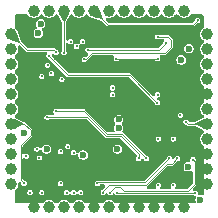
<source format=gbr>
%TF.GenerationSoftware,KiCad,Pcbnew,9.0.2*%
%TF.CreationDate,2025-06-01T13:38:18+02:00*%
%TF.ProjectId,FCB1010_controller,46434231-3031-4305-9f63-6f6e74726f6c,rev?*%
%TF.SameCoordinates,Original*%
%TF.FileFunction,Copper,L4,Bot*%
%TF.FilePolarity,Positive*%
%FSLAX46Y46*%
G04 Gerber Fmt 4.6, Leading zero omitted, Abs format (unit mm)*
G04 Created by KiCad (PCBNEW 9.0.2) date 2025-06-01 13:38:18*
%MOMM*%
%LPD*%
G01*
G04 APERTURE LIST*
%TA.AperFunction,CastellatedPad*%
%ADD10C,1.000000*%
%TD*%
%TA.AperFunction,ViaPad*%
%ADD11C,0.600000*%
%TD*%
%TA.AperFunction,ViaPad*%
%ADD12C,0.250000*%
%TD*%
%TA.AperFunction,Conductor*%
%ADD13C,0.100000*%
%TD*%
G04 APERTURE END LIST*
D10*
%TO.P,BRD1,1,NC*%
%TO.N,unconnected-(BRD1A-NC-Pad1)*%
X150000000Y-91700000D03*
%TO.P,BRD1,2,P1.0*%
%TO.N,Net-(BRD1C-P1.0)*%
X148730000Y-91700000D03*
%TO.P,BRD1,3,P1.1*%
%TO.N,ADC_DOUT*%
X147460000Y-91700000D03*
%TO.P,BRD1,4,P1.2*%
%TO.N,Net-(BRD1C-P1.2)*%
X146190000Y-91700000D03*
%TO.P,BRD1,5,P1.3*%
%TO.N,unconnected-(BRD1C-P1.3-Pad5)*%
X144920000Y-91700000D03*
%TO.P,BRD1,6,P1.4*%
%TO.N,unconnected-(BRD1C-P1.4-Pad6)*%
X143650000Y-91700000D03*
%TO.P,BRD1,7,P1.5*%
%TO.N,BTNS_1-5*%
X141700000Y-93650000D03*
%TO.P,BRD1,8,P1.6*%
%TO.N,BTNS_6-10*%
X141700000Y-94920000D03*
%TO.P,BRD1,9,P1.7/SCK*%
%TO.N,unconnected-(BRD1C-P1.7{slash}SCK-Pad9)*%
X141700000Y-96190000D03*
%TO.P,BRD1,10,RST*%
%TO.N,unconnected-(BRD1A-RST-Pad10)*%
X141700000Y-97460000D03*
%TO.P,BRD1,11,P3.0*%
%TO.N,MIDI_RX*%
X141700000Y-98730000D03*
%TO.P,BRD1,12,NC*%
%TO.N,unconnected-(BRD1A-NC-Pad12)*%
X141700000Y-100000000D03*
%TO.P,BRD1,13,P3.1*%
%TO.N,Net-(BRD1E-P3.1)*%
X141700000Y-101270000D03*
%TO.P,BRD1,14,P3.2*%
%TO.N,unconnected-(BRD1E-P3.2-Pad14)*%
X141700000Y-102540000D03*
%TO.P,BRD1,15,P3.3*%
%TO.N,unconnected-(BRD1E-P3.3-Pad15)*%
X141700000Y-103810000D03*
%TO.P,BRD1,16,P3.4*%
%TO.N,Net-(BRD1E-P3.4)*%
X141700000Y-105080000D03*
%TO.P,BRD1,17,P3.5*%
%TO.N,unconnected-(BRD1E-P3.5-Pad17)*%
X141700000Y-106350000D03*
%TO.P,BRD1,18,P3.6*%
%TO.N,GND*%
X143650000Y-108300000D03*
%TO.P,BRD1,19,P3.7*%
%TO.N,+5V*%
X144920000Y-108300000D03*
%TO.P,BRD1,20,XTAL2*%
%TO.N,unconnected-(BRD1A-XTAL2-Pad20)*%
X146190000Y-108300000D03*
%TO.P,BRD1,21,XTAL1*%
%TO.N,unconnected-(BRD1A-XTAL1-Pad21)*%
X147460000Y-108300000D03*
%TO.P,BRD1,22,GND*%
%TO.N,GND*%
X148730000Y-108300000D03*
%TO.P,BRD1,23,NC*%
%TO.N,unconnected-(BRD1A-NC-Pad23)*%
X150000000Y-108300000D03*
%TO.P,BRD1,24,P2.0/A8*%
%TO.N,GND*%
X151270000Y-108300000D03*
%TO.P,BRD1,25,P2.1/A9*%
X152540000Y-108300000D03*
%TO.P,BRD1,26,P2.2/A10*%
X153810000Y-108300000D03*
%TO.P,BRD1,27,P2.3/A11*%
X155080000Y-108300000D03*
%TO.P,BRD1,28,P2.4/A12*%
X156350000Y-108300000D03*
%TO.P,BRD1,29,P2.5/A13*%
X158300000Y-106350000D03*
%TO.P,BRD1,30,P2.6/A14*%
X158300000Y-105080000D03*
%TO.P,BRD1,31,P2.7/A15*%
X158300000Y-103810000D03*
%TO.P,BRD1,32,~{PSEN}*%
%TO.N,+5V*%
X158300000Y-102540000D03*
%TO.P,BRD1,33,ALE*%
%TO.N,Net-(BRD1A-ALE)*%
X158300000Y-101270000D03*
%TO.P,BRD1,34,NC*%
%TO.N,unconnected-(BRD1A-NC-Pad34)*%
X158300000Y-100000000D03*
%TO.P,BRD1,35,~{EA}/V_{pp}*%
%TO.N,GND*%
X158300000Y-98730000D03*
%TO.P,BRD1,36,P0.7/AD7*%
%TO.N,Net-(BRD1B-P0.7{slash}AD7)*%
X158300000Y-97460000D03*
%TO.P,BRD1,37,P0.6/AD6*%
%TO.N,Net-(BRD1B-P0.6{slash}AD6)*%
X158300000Y-96190000D03*
%TO.P,BRD1,38,P0.5/AD5*%
%TO.N,Net-(BRD1B-P0.5{slash}AD5)*%
X158300000Y-94920000D03*
%TO.P,BRD1,39,P0.4/AD4*%
%TO.N,Net-(BRD1B-P0.4{slash}AD4)*%
X158300000Y-93650000D03*
%TO.P,BRD1,40,P0.3/AD3*%
%TO.N,Net-(BRD1B-P0.3{slash}AD3)*%
X156350000Y-91700000D03*
%TO.P,BRD1,41,P0.2/AD2*%
%TO.N,Net-(BRD1B-P0.2{slash}AD2)*%
X155080000Y-91700000D03*
%TO.P,BRD1,42,P0.1/AD1*%
%TO.N,Net-(BRD1B-P0.1{slash}AD1)*%
X153810000Y-91700000D03*
%TO.P,BRD1,43,P0.0/AD0*%
%TO.N,Net-(BRD1B-P0.0{slash}AD0)*%
X152540000Y-91700000D03*
%TO.P,BRD1,44,V_{cc}*%
%TO.N,+5V*%
X151270000Y-91700000D03*
%TD*%
D11*
%TO.N,GND*%
X152200000Y-102500000D03*
D12*
X154800000Y-103300000D03*
D11*
X151500000Y-93900000D03*
X149000000Y-100500000D03*
X155715002Y-92337795D03*
D12*
X150300000Y-97600000D03*
D11*
X143000000Y-93600000D03*
X153100000Y-99400000D03*
X155500000Y-99600000D03*
D12*
X145100000Y-99200000D03*
D11*
X152900000Y-96780000D03*
X154800000Y-97300000D03*
D12*
X150300000Y-99400000D03*
D11*
X145250000Y-94450000D03*
D12*
X145100000Y-97800000D03*
D11*
X146800000Y-105500000D03*
X149900000Y-105500000D03*
X143700000Y-105500000D03*
D12*
X144100000Y-101300000D03*
%TO.N,Net-(BRD1E-P3.1)*%
X142800000Y-106300000D03*
%TO.N,Net-(BRD1E-P3.4)*%
X143300000Y-107090000D03*
%TO.N,Net-(BRD1B-P0.6{slash}AD6)*%
X157100000Y-104300000D03*
X150100000Y-107090000D03*
%TO.N,Net-(BRD1B-P0.1{slash}AD1)*%
X147000000Y-107090000D03*
%TO.N,Net-(BRD1B-P0.3{slash}AD3)*%
X148200000Y-95000000D03*
X154800000Y-94400000D03*
X145900000Y-106300000D03*
%TO.N,Net-(BRD1C-P1.0)*%
X156040350Y-100528964D03*
X157500000Y-92500000D03*
%TO.N,Net-(BRD1B-P0.0{slash}AD0)*%
X147600000Y-107090000D03*
%TO.N,BTNS_1-5*%
X145500000Y-95200000D03*
%TO.N,Net-(BRD1C-P1.2)*%
X146190000Y-95238389D03*
X144299999Y-107090000D03*
%TO.N,Net-(BRD1B-P0.2{slash}AD2)*%
X147900000Y-95800000D03*
X146400000Y-107090000D03*
X154100000Y-93900000D03*
%TO.N,Net-(BRD1B-P0.5{slash}AD5)*%
X155786211Y-104186211D03*
X149500000Y-107090000D03*
%TO.N,Net-(BRD1B-P0.4{slash}AD4)*%
X149000000Y-106300000D03*
X155100000Y-104200000D03*
%TO.N,Net-(BRD1B-P0.7{slash}AD7)*%
X157309794Y-107128917D03*
X150700000Y-107090000D03*
%TO.N,ADC_DOUT*%
X144800000Y-96300000D03*
D11*
%TO.N,VCC*%
X157700000Y-107700000D03*
X147800000Y-103900000D03*
X156100000Y-95852550D03*
X144700000Y-103400000D03*
X150800000Y-100900000D03*
X156750001Y-94900000D03*
X150700000Y-103400000D03*
X156700000Y-104900000D03*
X144200000Y-92800000D03*
X150800000Y-101600000D03*
X142820000Y-102020000D03*
X144000000Y-93600000D03*
D12*
%TO.N,/USB_DN*%
X150300000Y-98200000D03*
X155435000Y-102550000D03*
%TO.N,/USB_DP*%
X154165000Y-102550000D03*
X150300000Y-98800000D03*
%TO.N,/SWD_IO*%
X145500000Y-100200000D03*
X153149052Y-104200000D03*
X154165000Y-106450000D03*
%TO.N,/SWD_CLK*%
X144750000Y-100700000D03*
X152500000Y-104200000D03*
X155435000Y-106450000D03*
%TO.N,ADC_DIN*%
X145100000Y-97000000D03*
X144100000Y-104150000D03*
%TO.N,ADC_CS*%
X154080997Y-99481000D03*
X144900000Y-95500000D03*
%TO.N,MIDI_TX*%
X143000000Y-104000000D03*
X144300000Y-97250000D03*
%TO.N,Net-(U1D-PB0{slash}TIM3_CH3{slash}TIM1_CH2N{slash}TSC_G3_IO2{slash}EVENTOUT{slash}ADC_IN8)*%
X147000000Y-103700000D03*
X147750000Y-94300000D03*
%TO.N,Net-(U1D-PB2{slash}TSC_G3_IO4)*%
X146750000Y-94300000D03*
X145900000Y-103600000D03*
%TO.N,Net-(U1D-PB1{slash}TIM3_CH4{slash}TIM14_CH1{slash}TIM1_CH3N{slash}TSC_G3_IO3{slash}ADC_IN9)*%
X147250000Y-94700000D03*
X146500000Y-103200000D03*
%TO.N,ADC_CLK*%
X146000000Y-97500000D03*
X143900000Y-103400000D03*
%TO.N,Net-(BRD1A-ALE)*%
X156500000Y-101100000D03*
%TO.N,LATCH_EN*%
X154100000Y-98800000D03*
X154100000Y-95750000D03*
X150600000Y-95750000D03*
%TD*%
D13*
%TO.N,Net-(BRD1E-P3.1)*%
X142500000Y-106000000D02*
X142500000Y-103090948D01*
X142500000Y-103090948D02*
X143351000Y-102239948D01*
X142820948Y-101270000D02*
X141700000Y-101270000D01*
X143351000Y-102239948D02*
X143351000Y-101800052D01*
X142800000Y-106300000D02*
X142500000Y-106000000D01*
X143351000Y-101800052D02*
X142820948Y-101270000D01*
%TO.N,Net-(BRD1B-P0.6{slash}AD6)*%
X157231000Y-106368000D02*
X157231000Y-104431000D01*
X157231000Y-104431000D02*
X157100000Y-104300000D01*
X156679759Y-106919241D02*
X157231000Y-106368000D01*
X150934000Y-106634000D02*
X151219241Y-106919241D01*
X150511118Y-106634000D02*
X150934000Y-106634000D01*
X150100000Y-107090000D02*
X150100000Y-107045118D01*
X150100000Y-107045118D02*
X150511118Y-106634000D01*
X151219241Y-106919241D02*
X156679759Y-106919241D01*
%TO.N,Net-(BRD1B-P0.3{slash}AD3)*%
X154800000Y-94400000D02*
X154200000Y-95000000D01*
X154200000Y-95000000D02*
X153900000Y-95000000D01*
X148200000Y-95000000D02*
X153900000Y-95000000D01*
%TO.N,Net-(BRD1C-P1.0)*%
X157500000Y-92500000D02*
X157131205Y-92868795D01*
X157131205Y-92868795D02*
X149898795Y-92868795D01*
X149898795Y-92868795D02*
X148730000Y-91700000D01*
%TO.N,BTNS_1-5*%
X145500000Y-95200000D02*
X145300000Y-95000000D01*
X143050000Y-95000000D02*
X141700000Y-93650000D01*
X145300000Y-95000000D02*
X143050000Y-95000000D01*
%TO.N,Net-(BRD1C-P1.2)*%
X146190000Y-95238389D02*
X146190000Y-91700000D01*
%TO.N,Net-(BRD1B-P0.2{slash}AD2)*%
X148044882Y-95800000D02*
X148550882Y-95294000D01*
X155256000Y-94211118D02*
X154944882Y-93900000D01*
X155256000Y-94738000D02*
X155256000Y-94211118D01*
X148550882Y-95294000D02*
X154700000Y-95294000D01*
X154700000Y-95294000D02*
X155256000Y-94738000D01*
X147900000Y-95800000D02*
X148044882Y-95800000D01*
X154944882Y-93900000D02*
X154100000Y-93900000D01*
%TO.N,Net-(BRD1B-P0.5{slash}AD5)*%
X154928256Y-104656000D02*
X153151256Y-106433000D01*
X155786211Y-104186211D02*
X155316422Y-104656000D01*
X153151256Y-106433000D02*
X149994559Y-106433000D01*
X149994559Y-106433000D02*
X149500000Y-106927559D01*
X155316422Y-104656000D02*
X154928256Y-104656000D01*
X149500000Y-106927559D02*
X149500000Y-107100000D01*
%TO.N,Net-(BRD1B-P0.4{slash}AD4)*%
X149000000Y-106300000D02*
X149068000Y-106232000D01*
X149068000Y-106232000D02*
X152600000Y-106232000D01*
X155100000Y-104200000D02*
X153068000Y-106232000D01*
X153068000Y-106232000D02*
X152600000Y-106232000D01*
%TO.N,Net-(BRD1B-P0.7{slash}AD7)*%
X150700000Y-107090000D02*
X150738917Y-107128917D01*
X150738917Y-107128917D02*
X157309794Y-107128917D01*
%TO.N,/SWD_IO*%
X147900000Y-100200000D02*
X149831000Y-102131000D01*
X149831000Y-102131000D02*
X151080052Y-102131000D01*
X145500000Y-100200000D02*
X147900000Y-100200000D01*
X151080052Y-102131000D02*
X153149052Y-104200000D01*
%TO.N,/SWD_CLK*%
X149747744Y-102332000D02*
X150996796Y-102332000D01*
X148115744Y-100700000D02*
X149747744Y-102332000D01*
X150996796Y-102332000D02*
X152500000Y-103835204D01*
X152500000Y-103835204D02*
X152500000Y-104200000D01*
X144750000Y-100700000D02*
X148115744Y-100700000D01*
%TO.N,ADC_CS*%
X151743997Y-97144000D02*
X154080997Y-99481000D01*
X146544000Y-97144000D02*
X151743997Y-97144000D01*
X144900000Y-95500000D02*
X146544000Y-97144000D01*
%TO.N,Net-(BRD1A-ALE)*%
X156500000Y-101100000D02*
X156670000Y-101270000D01*
X156670000Y-101270000D02*
X158300000Y-101270000D01*
%TO.N,LATCH_EN*%
X150600000Y-95750000D02*
X154100000Y-95750000D01*
%TD*%
%TA.AperFunction,Conductor*%
%TO.N,GND*%
G36*
X143125254Y-92019685D02*
G01*
X143165602Y-92061999D01*
X143168708Y-92067380D01*
X143169480Y-92068716D01*
X143281284Y-92180520D01*
X143281286Y-92180521D01*
X143281290Y-92180524D01*
X143418209Y-92259573D01*
X143418216Y-92259577D01*
X143570943Y-92300500D01*
X143570945Y-92300500D01*
X143729054Y-92300500D01*
X143729057Y-92300500D01*
X143881784Y-92259577D01*
X144018716Y-92180520D01*
X144130520Y-92068716D01*
X144134398Y-92061998D01*
X144143085Y-92053715D01*
X144148072Y-92042797D01*
X144167904Y-92030051D01*
X144184966Y-92013784D01*
X144198221Y-92010568D01*
X144206850Y-92005023D01*
X144241785Y-92000000D01*
X144328215Y-92000000D01*
X144395254Y-92019685D01*
X144435602Y-92061999D01*
X144438708Y-92067380D01*
X144439480Y-92068716D01*
X144551284Y-92180520D01*
X144551286Y-92180521D01*
X144551290Y-92180524D01*
X144688209Y-92259573D01*
X144688216Y-92259577D01*
X144840943Y-92300500D01*
X144840945Y-92300500D01*
X144999055Y-92300500D01*
X144999057Y-92300500D01*
X145151784Y-92259577D01*
X145288716Y-92180520D01*
X145400520Y-92068716D01*
X145404398Y-92061998D01*
X145413085Y-92053715D01*
X145418072Y-92042797D01*
X145437904Y-92030051D01*
X145454966Y-92013784D01*
X145468221Y-92010568D01*
X145476850Y-92005023D01*
X145511785Y-92000000D01*
X145591346Y-92000000D01*
X145658385Y-92019685D01*
X145701664Y-92067379D01*
X146025819Y-92698970D01*
X146039500Y-92755589D01*
X146039500Y-95018621D01*
X146019815Y-95085660D01*
X146003181Y-95106302D01*
X145998829Y-95110653D01*
X145998827Y-95110655D01*
X145971970Y-95175495D01*
X145971969Y-95175500D01*
X145964500Y-95193534D01*
X145964500Y-95283244D01*
X145965144Y-95284798D01*
X145965144Y-95284800D01*
X145998827Y-95366122D01*
X146062266Y-95429561D01*
X146123586Y-95454959D01*
X146145145Y-95463889D01*
X146145147Y-95463889D01*
X146234853Y-95463889D01*
X146234855Y-95463889D01*
X146283432Y-95443768D01*
X146317733Y-95429561D01*
X146317734Y-95429559D01*
X146317736Y-95429559D01*
X146381170Y-95366125D01*
X146381170Y-95366123D01*
X146381172Y-95366122D01*
X146408352Y-95300500D01*
X146415500Y-95283244D01*
X146415500Y-95193534D01*
X146398954Y-95153587D01*
X146381172Y-95110655D01*
X146376819Y-95106302D01*
X146343334Y-95044979D01*
X146340500Y-95018621D01*
X146340500Y-94508768D01*
X146360185Y-94441729D01*
X146412989Y-94395974D01*
X146482147Y-94386030D01*
X146545703Y-94415055D01*
X146552181Y-94421087D01*
X146622266Y-94491172D01*
X146686365Y-94517721D01*
X146705145Y-94525500D01*
X146705147Y-94525500D01*
X146794853Y-94525500D01*
X146794855Y-94525500D01*
X146860307Y-94498388D01*
X146929777Y-94490920D01*
X146992256Y-94522195D01*
X147027908Y-94582284D01*
X147025741Y-94642938D01*
X147026883Y-94643166D01*
X147025481Y-94650210D01*
X147025414Y-94652109D01*
X147024749Y-94653890D01*
X147024500Y-94655146D01*
X147024500Y-94744853D01*
X147024501Y-94744858D01*
X147058827Y-94827733D01*
X147122266Y-94891172D01*
X147186365Y-94917721D01*
X147205145Y-94925500D01*
X147205147Y-94925500D01*
X147294853Y-94925500D01*
X147294855Y-94925500D01*
X147336295Y-94908335D01*
X147377733Y-94891172D01*
X147377734Y-94891170D01*
X147377736Y-94891170D01*
X147441170Y-94827736D01*
X147441170Y-94827734D01*
X147441172Y-94827733D01*
X147464202Y-94772131D01*
X147475500Y-94744855D01*
X147475500Y-94655145D01*
X147475499Y-94655144D01*
X147473117Y-94643166D01*
X147475768Y-94642638D01*
X147470209Y-94590933D01*
X147501485Y-94528454D01*
X147561574Y-94492802D01*
X147631399Y-94495296D01*
X147639691Y-94498389D01*
X147665498Y-94509078D01*
X147705145Y-94525500D01*
X147705147Y-94525500D01*
X147794853Y-94525500D01*
X147794855Y-94525500D01*
X147839036Y-94507200D01*
X147877733Y-94491172D01*
X147877734Y-94491170D01*
X147877736Y-94491170D01*
X147941170Y-94427736D01*
X147941170Y-94427734D01*
X147941172Y-94427733D01*
X147968689Y-94361298D01*
X147975500Y-94344855D01*
X147975500Y-94255145D01*
X147957794Y-94212398D01*
X147941172Y-94172266D01*
X147877733Y-94108827D01*
X147794858Y-94074501D01*
X147794856Y-94074500D01*
X147794855Y-94074500D01*
X147705145Y-94074500D01*
X147705143Y-94074500D01*
X147705141Y-94074501D01*
X147622266Y-94108827D01*
X147558827Y-94172266D01*
X147524501Y-94255141D01*
X147524500Y-94255146D01*
X147524500Y-94344853D01*
X147526883Y-94356834D01*
X147524232Y-94357361D01*
X147529788Y-94409077D01*
X147498507Y-94471553D01*
X147438415Y-94507200D01*
X147368590Y-94504700D01*
X147360309Y-94501611D01*
X147294856Y-94474500D01*
X147294855Y-94474500D01*
X147205145Y-94474500D01*
X147205143Y-94474500D01*
X147139690Y-94501611D01*
X147070220Y-94509078D01*
X147007742Y-94477803D01*
X146972090Y-94417713D01*
X146974257Y-94357060D01*
X146973117Y-94356834D01*
X146974516Y-94349796D01*
X146974585Y-94347888D01*
X146975252Y-94346099D01*
X146975500Y-94344853D01*
X146975500Y-94255146D01*
X146975498Y-94255141D01*
X146975423Y-94254961D01*
X146957794Y-94212398D01*
X146941172Y-94172266D01*
X146877733Y-94108827D01*
X146794858Y-94074501D01*
X146794856Y-94074500D01*
X146794855Y-94074500D01*
X146705145Y-94074500D01*
X146705143Y-94074500D01*
X146705141Y-94074501D01*
X146622266Y-94108827D01*
X146622264Y-94108829D01*
X146552181Y-94178913D01*
X146490858Y-94212398D01*
X146421166Y-94207414D01*
X146365233Y-94165542D01*
X146340816Y-94100078D01*
X146340500Y-94091232D01*
X146340500Y-92755589D01*
X146354181Y-92698970D01*
X146381669Y-92645413D01*
X146678334Y-92067381D01*
X146688691Y-92056478D01*
X146694940Y-92042797D01*
X146712271Y-92031659D01*
X146726458Y-92016726D01*
X146742019Y-92012541D01*
X146753718Y-92005023D01*
X146788653Y-92000000D01*
X146868215Y-92000000D01*
X146935254Y-92019685D01*
X146975602Y-92061999D01*
X146978708Y-92067380D01*
X146979480Y-92068716D01*
X147091284Y-92180520D01*
X147091286Y-92180521D01*
X147091290Y-92180524D01*
X147228209Y-92259573D01*
X147228216Y-92259577D01*
X147380943Y-92300500D01*
X147380945Y-92300500D01*
X147539055Y-92300500D01*
X147539057Y-92300500D01*
X147691784Y-92259577D01*
X147828716Y-92180520D01*
X147940520Y-92068716D01*
X147944398Y-92061998D01*
X147953085Y-92053715D01*
X147958072Y-92042797D01*
X147977904Y-92030051D01*
X147994966Y-92013784D01*
X148008221Y-92010568D01*
X148016850Y-92005023D01*
X148051785Y-92000000D01*
X148138215Y-92000000D01*
X148205254Y-92019685D01*
X148245602Y-92061999D01*
X148248708Y-92067380D01*
X148249480Y-92068716D01*
X148361284Y-92180520D01*
X148361286Y-92180521D01*
X148361290Y-92180524D01*
X148498209Y-92259574D01*
X148498211Y-92259574D01*
X148498216Y-92259577D01*
X148579768Y-92281428D01*
X148607948Y-92292838D01*
X148610058Y-92294012D01*
X149320284Y-92522470D01*
X149369992Y-92552831D01*
X149813542Y-92996382D01*
X149813543Y-92996382D01*
X149813544Y-92996383D01*
X149841194Y-93007835D01*
X149841199Y-93007839D01*
X149841200Y-93007838D01*
X149868856Y-93019294D01*
X149868857Y-93019294D01*
X149868859Y-93019295D01*
X149868861Y-93019295D01*
X157161139Y-93019295D01*
X157161141Y-93019295D01*
X157184047Y-93009806D01*
X157184053Y-93009805D01*
X157184053Y-93009804D01*
X157188812Y-93007833D01*
X157216457Y-92996383D01*
X157451021Y-92761819D01*
X157512344Y-92728334D01*
X157538702Y-92725500D01*
X157544853Y-92725500D01*
X157544855Y-92725500D01*
X157586295Y-92708335D01*
X157627733Y-92691172D01*
X157627734Y-92691170D01*
X157627736Y-92691170D01*
X157691170Y-92627736D01*
X157691170Y-92627734D01*
X157691172Y-92627733D01*
X157708335Y-92586295D01*
X157725500Y-92544855D01*
X157725500Y-92455145D01*
X157713757Y-92426794D01*
X157691172Y-92372266D01*
X157627733Y-92308827D01*
X157544858Y-92274501D01*
X157544856Y-92274500D01*
X157544855Y-92274500D01*
X157455145Y-92274500D01*
X157455143Y-92274500D01*
X157455141Y-92274501D01*
X157372266Y-92308827D01*
X157308827Y-92372266D01*
X157274501Y-92455141D01*
X157274500Y-92455146D01*
X157274500Y-92461298D01*
X157265855Y-92490738D01*
X157259332Y-92520725D01*
X157255577Y-92525740D01*
X157254815Y-92528337D01*
X157238181Y-92548979D01*
X157105184Y-92681976D01*
X157043861Y-92715461D01*
X157017503Y-92718295D01*
X150012496Y-92718295D01*
X149945457Y-92698610D01*
X149924815Y-92681976D01*
X149732356Y-92489517D01*
X149698871Y-92428194D01*
X149703855Y-92358502D01*
X149745727Y-92302569D01*
X149811191Y-92278152D01*
X149852125Y-92282060D01*
X149920943Y-92300500D01*
X149920946Y-92300500D01*
X150079055Y-92300500D01*
X150079057Y-92300500D01*
X150231784Y-92259577D01*
X150368716Y-92180520D01*
X150480520Y-92068716D01*
X150484398Y-92061998D01*
X150493085Y-92053715D01*
X150498072Y-92042797D01*
X150517904Y-92030051D01*
X150534966Y-92013784D01*
X150548221Y-92010568D01*
X150556850Y-92005023D01*
X150591785Y-92000000D01*
X150678215Y-92000000D01*
X150745254Y-92019685D01*
X150785602Y-92061999D01*
X150788708Y-92067380D01*
X150789480Y-92068716D01*
X150901284Y-92180520D01*
X150901286Y-92180521D01*
X150901290Y-92180524D01*
X151038209Y-92259573D01*
X151038216Y-92259577D01*
X151190943Y-92300500D01*
X151190945Y-92300500D01*
X151349055Y-92300500D01*
X151349057Y-92300500D01*
X151501784Y-92259577D01*
X151638716Y-92180520D01*
X151750520Y-92068716D01*
X151754398Y-92061998D01*
X151763085Y-92053715D01*
X151768072Y-92042797D01*
X151787904Y-92030051D01*
X151804966Y-92013784D01*
X151818221Y-92010568D01*
X151826850Y-92005023D01*
X151861785Y-92000000D01*
X151948215Y-92000000D01*
X152015254Y-92019685D01*
X152055602Y-92061999D01*
X152058708Y-92067380D01*
X152059480Y-92068716D01*
X152171284Y-92180520D01*
X152171286Y-92180521D01*
X152171290Y-92180524D01*
X152308209Y-92259573D01*
X152308216Y-92259577D01*
X152460943Y-92300500D01*
X152460945Y-92300500D01*
X152619055Y-92300500D01*
X152619057Y-92300500D01*
X152771784Y-92259577D01*
X152908716Y-92180520D01*
X153020520Y-92068716D01*
X153024398Y-92061998D01*
X153033085Y-92053715D01*
X153038072Y-92042797D01*
X153057904Y-92030051D01*
X153074966Y-92013784D01*
X153088221Y-92010568D01*
X153096850Y-92005023D01*
X153131785Y-92000000D01*
X153218215Y-92000000D01*
X153285254Y-92019685D01*
X153325602Y-92061999D01*
X153328708Y-92067380D01*
X153329480Y-92068716D01*
X153441284Y-92180520D01*
X153441286Y-92180521D01*
X153441290Y-92180524D01*
X153578209Y-92259573D01*
X153578216Y-92259577D01*
X153730943Y-92300500D01*
X153730945Y-92300500D01*
X153889055Y-92300500D01*
X153889057Y-92300500D01*
X154041784Y-92259577D01*
X154178716Y-92180520D01*
X154290520Y-92068716D01*
X154294398Y-92061998D01*
X154303085Y-92053715D01*
X154308072Y-92042797D01*
X154327904Y-92030051D01*
X154344966Y-92013784D01*
X154358221Y-92010568D01*
X154366850Y-92005023D01*
X154401785Y-92000000D01*
X154488215Y-92000000D01*
X154555254Y-92019685D01*
X154595602Y-92061999D01*
X154598708Y-92067380D01*
X154599480Y-92068716D01*
X154711284Y-92180520D01*
X154711286Y-92180521D01*
X154711290Y-92180524D01*
X154848209Y-92259573D01*
X154848216Y-92259577D01*
X155000943Y-92300500D01*
X155000945Y-92300500D01*
X155159055Y-92300500D01*
X155159057Y-92300500D01*
X155311784Y-92259577D01*
X155448716Y-92180520D01*
X155560520Y-92068716D01*
X155564398Y-92061998D01*
X155573085Y-92053715D01*
X155578072Y-92042797D01*
X155597904Y-92030051D01*
X155614966Y-92013784D01*
X155628221Y-92010568D01*
X155636850Y-92005023D01*
X155671785Y-92000000D01*
X155758215Y-92000000D01*
X155825254Y-92019685D01*
X155865602Y-92061999D01*
X155868708Y-92067380D01*
X155869480Y-92068716D01*
X155981284Y-92180520D01*
X155981286Y-92180521D01*
X155981290Y-92180524D01*
X156118209Y-92259573D01*
X156118216Y-92259577D01*
X156270943Y-92300500D01*
X156270945Y-92300500D01*
X156429055Y-92300500D01*
X156429057Y-92300500D01*
X156581784Y-92259577D01*
X156718716Y-92180520D01*
X156830520Y-92068716D01*
X156834398Y-92061998D01*
X156884966Y-92013784D01*
X156941785Y-92000000D01*
X157876000Y-92000000D01*
X157943039Y-92019685D01*
X157988794Y-92072489D01*
X158000000Y-92124000D01*
X158000000Y-93058215D01*
X157980315Y-93125254D01*
X157938001Y-93165602D01*
X157931284Y-93169479D01*
X157819481Y-93281282D01*
X157819475Y-93281290D01*
X157740426Y-93418209D01*
X157740424Y-93418214D01*
X157740423Y-93418216D01*
X157699500Y-93570943D01*
X157699500Y-93729057D01*
X157733286Y-93855146D01*
X157740423Y-93881783D01*
X157740426Y-93881790D01*
X157819475Y-94018709D01*
X157819479Y-94018714D01*
X157819480Y-94018716D01*
X157931284Y-94130520D01*
X157937996Y-94134395D01*
X157946280Y-94143082D01*
X157957203Y-94148071D01*
X157969947Y-94167901D01*
X157986213Y-94184959D01*
X157989429Y-94198217D01*
X157994977Y-94206849D01*
X158000000Y-94241784D01*
X158000000Y-94328215D01*
X157980315Y-94395254D01*
X157938001Y-94435602D01*
X157931284Y-94439479D01*
X157819481Y-94551282D01*
X157819475Y-94551290D01*
X157740426Y-94688209D01*
X157740423Y-94688216D01*
X157699500Y-94840943D01*
X157699500Y-94999057D01*
X157738204Y-95143500D01*
X157740423Y-95151783D01*
X157740426Y-95151790D01*
X157819475Y-95288709D01*
X157819479Y-95288714D01*
X157819480Y-95288716D01*
X157931284Y-95400520D01*
X157937996Y-95404395D01*
X157946280Y-95413082D01*
X157957203Y-95418071D01*
X157969947Y-95437901D01*
X157986213Y-95454959D01*
X157989429Y-95468217D01*
X157994977Y-95476849D01*
X158000000Y-95511784D01*
X158000000Y-95598215D01*
X157980315Y-95665254D01*
X157938001Y-95705602D01*
X157931284Y-95709479D01*
X157819481Y-95821282D01*
X157819475Y-95821290D01*
X157740426Y-95958209D01*
X157740423Y-95958216D01*
X157699500Y-96110943D01*
X157699500Y-96269057D01*
X157719810Y-96344853D01*
X157740423Y-96421783D01*
X157740426Y-96421790D01*
X157819475Y-96558709D01*
X157819479Y-96558714D01*
X157819480Y-96558716D01*
X157931284Y-96670520D01*
X157937996Y-96674395D01*
X157946280Y-96683082D01*
X157957203Y-96688071D01*
X157969947Y-96707901D01*
X157986213Y-96724959D01*
X157989429Y-96738217D01*
X157994977Y-96746849D01*
X158000000Y-96781784D01*
X158000000Y-96868215D01*
X157980315Y-96935254D01*
X157938001Y-96975602D01*
X157931284Y-96979479D01*
X157819481Y-97091282D01*
X157819475Y-97091290D01*
X157740426Y-97228209D01*
X157740423Y-97228216D01*
X157699500Y-97380943D01*
X157699500Y-97539057D01*
X157740259Y-97691170D01*
X157740423Y-97691783D01*
X157740426Y-97691790D01*
X157819475Y-97828709D01*
X157819479Y-97828714D01*
X157819480Y-97828716D01*
X157931284Y-97940520D01*
X157937996Y-97944395D01*
X157986213Y-97994959D01*
X158000000Y-98051784D01*
X158000000Y-99408215D01*
X157980315Y-99475254D01*
X157938001Y-99515602D01*
X157931284Y-99519479D01*
X157819481Y-99631282D01*
X157819475Y-99631290D01*
X157740426Y-99768209D01*
X157740423Y-99768216D01*
X157699500Y-99920943D01*
X157699500Y-100079056D01*
X157740423Y-100231783D01*
X157740426Y-100231790D01*
X157819475Y-100368709D01*
X157819479Y-100368714D01*
X157819480Y-100368716D01*
X157931284Y-100480520D01*
X157937996Y-100484395D01*
X157946280Y-100493082D01*
X157957203Y-100498071D01*
X157969947Y-100517901D01*
X157986213Y-100534959D01*
X157989429Y-100548217D01*
X157994977Y-100556849D01*
X158000000Y-100591784D01*
X158000000Y-100671345D01*
X157980315Y-100738384D01*
X157932619Y-100781664D01*
X157301027Y-101105819D01*
X157244408Y-101119500D01*
X156835011Y-101119500D01*
X156767972Y-101099815D01*
X156722217Y-101047011D01*
X156720460Y-101042978D01*
X156691170Y-100972264D01*
X156627736Y-100908830D01*
X156627733Y-100908827D01*
X156544858Y-100874501D01*
X156544856Y-100874500D01*
X156544855Y-100874500D01*
X156455145Y-100874500D01*
X156455143Y-100874500D01*
X156455141Y-100874501D01*
X156372266Y-100908827D01*
X156308827Y-100972266D01*
X156274501Y-101055141D01*
X156274500Y-101055146D01*
X156274500Y-101144853D01*
X156274501Y-101144858D01*
X156308827Y-101227733D01*
X156372266Y-101291172D01*
X156436365Y-101317721D01*
X156455145Y-101325500D01*
X156461299Y-101325500D01*
X156482681Y-101331778D01*
X156504906Y-101333421D01*
X156518831Y-101342393D01*
X156528338Y-101345185D01*
X156535843Y-101350408D01*
X156542810Y-101355649D01*
X156584748Y-101397587D01*
X156600950Y-101404297D01*
X156640064Y-101420500D01*
X157244410Y-101420500D01*
X157301029Y-101434181D01*
X157932622Y-101758335D01*
X157943522Y-101768691D01*
X157957203Y-101774939D01*
X157968339Y-101792268D01*
X157983274Y-101806456D01*
X157987459Y-101822019D01*
X157994977Y-101833717D01*
X158000000Y-101868652D01*
X158000000Y-101948215D01*
X157980315Y-102015254D01*
X157938001Y-102055602D01*
X157931284Y-102059479D01*
X157819481Y-102171282D01*
X157819475Y-102171290D01*
X157740426Y-102308209D01*
X157740423Y-102308216D01*
X157699500Y-102460943D01*
X157699500Y-102619056D01*
X157740423Y-102771783D01*
X157740426Y-102771790D01*
X157819475Y-102908709D01*
X157819479Y-102908714D01*
X157819480Y-102908716D01*
X157931284Y-103020520D01*
X157937996Y-103024395D01*
X157986213Y-103074959D01*
X158000000Y-103131784D01*
X158000000Y-107204156D01*
X157995170Y-107220601D01*
X157995365Y-107237741D01*
X157985531Y-107253430D01*
X157980315Y-107271195D01*
X157967362Y-107282418D01*
X157958259Y-107296943D01*
X157941503Y-107304825D01*
X157927511Y-107316950D01*
X157910240Y-107319533D01*
X157895036Y-107326686D01*
X157871056Y-107325393D01*
X157859744Y-107327086D01*
X157851721Y-107326025D01*
X157752727Y-107299500D01*
X157651130Y-107299500D01*
X157643038Y-107298430D01*
X157618254Y-107287449D01*
X157592255Y-107279815D01*
X157586790Y-107273508D01*
X157579158Y-107270127D01*
X157564244Y-107247489D01*
X157546500Y-107227011D01*
X157544402Y-107217370D01*
X157540720Y-107211780D01*
X157540584Y-107199819D01*
X157535294Y-107175500D01*
X157535294Y-107084063D01*
X157535292Y-107084058D01*
X157500966Y-107001183D01*
X157437527Y-106937744D01*
X157354652Y-106903418D01*
X157354650Y-106903417D01*
X157354649Y-106903417D01*
X157264939Y-106903417D01*
X157264937Y-106903417D01*
X157264934Y-106903418D01*
X157232261Y-106916951D01*
X157162791Y-106924418D01*
X157100313Y-106893142D01*
X157064662Y-106833052D01*
X157067158Y-106763227D01*
X157097127Y-106714711D01*
X157358587Y-106453252D01*
X157369217Y-106427588D01*
X157381500Y-106397936D01*
X157381500Y-104401064D01*
X157370911Y-104375500D01*
X157358588Y-104345748D01*
X157348966Y-104336126D01*
X157340342Y-104320123D01*
X157336717Y-104303008D01*
X157328334Y-104287655D01*
X157325500Y-104261297D01*
X157325500Y-104255146D01*
X157325498Y-104255141D01*
X157291172Y-104172266D01*
X157227733Y-104108827D01*
X157144858Y-104074501D01*
X157144856Y-104074500D01*
X157144855Y-104074500D01*
X157055145Y-104074500D01*
X157055143Y-104074500D01*
X157055141Y-104074501D01*
X156972266Y-104108827D01*
X156908827Y-104172266D01*
X156874501Y-104255141D01*
X156874500Y-104255146D01*
X156874500Y-104344855D01*
X156875784Y-104351311D01*
X156869555Y-104420903D01*
X156826691Y-104476079D01*
X156760801Y-104499322D01*
X156754166Y-104499500D01*
X156647273Y-104499500D01*
X156545413Y-104526793D01*
X156545410Y-104526794D01*
X156454085Y-104579521D01*
X156379521Y-104654085D01*
X156326794Y-104745410D01*
X156326793Y-104745413D01*
X156299500Y-104847273D01*
X156299500Y-104952727D01*
X156326793Y-105054587D01*
X156379520Y-105145913D01*
X156454087Y-105220480D01*
X156545413Y-105273207D01*
X156647273Y-105300500D01*
X156647275Y-105300500D01*
X156752725Y-105300500D01*
X156752727Y-105300500D01*
X156854587Y-105273207D01*
X156894500Y-105250162D01*
X156962400Y-105233690D01*
X157028427Y-105256542D01*
X157071617Y-105311463D01*
X157080500Y-105357550D01*
X157080500Y-106254298D01*
X157060815Y-106321337D01*
X157044181Y-106341979D01*
X156653738Y-106732422D01*
X156592415Y-106765907D01*
X156566057Y-106768741D01*
X155730532Y-106768741D01*
X155663493Y-106749056D01*
X155617738Y-106696252D01*
X155607794Y-106627094D01*
X155622263Y-106589337D01*
X155621497Y-106589020D01*
X155642958Y-106537204D01*
X155660500Y-106494855D01*
X155660500Y-106405145D01*
X155635529Y-106344858D01*
X155626172Y-106322266D01*
X155562733Y-106258827D01*
X155479858Y-106224501D01*
X155479856Y-106224500D01*
X155479855Y-106224500D01*
X155390145Y-106224500D01*
X155390143Y-106224500D01*
X155390141Y-106224501D01*
X155307266Y-106258827D01*
X155243827Y-106322266D01*
X155209501Y-106405141D01*
X155209500Y-106405146D01*
X155209500Y-106494853D01*
X155209501Y-106494858D01*
X155248503Y-106589020D01*
X155246900Y-106589683D01*
X155263448Y-106642519D01*
X155244968Y-106709901D01*
X155192992Y-106756594D01*
X155139468Y-106768741D01*
X154460532Y-106768741D01*
X154393493Y-106749056D01*
X154347738Y-106696252D01*
X154337794Y-106627094D01*
X154352263Y-106589337D01*
X154351497Y-106589020D01*
X154372958Y-106537204D01*
X154390500Y-106494855D01*
X154390500Y-106405145D01*
X154365529Y-106344858D01*
X154356172Y-106322266D01*
X154292733Y-106258827D01*
X154209858Y-106224501D01*
X154209856Y-106224500D01*
X154209855Y-106224500D01*
X154120145Y-106224500D01*
X154120143Y-106224500D01*
X154120141Y-106224501D01*
X154037266Y-106258827D01*
X153973827Y-106322266D01*
X153939501Y-106405141D01*
X153939500Y-106405146D01*
X153939500Y-106494853D01*
X153939501Y-106494858D01*
X153978503Y-106589020D01*
X153976900Y-106589683D01*
X153993448Y-106642519D01*
X153974968Y-106709901D01*
X153922992Y-106756594D01*
X153869468Y-106768741D01*
X153327718Y-106768741D01*
X153260679Y-106749056D01*
X153214924Y-106696252D01*
X153204980Y-106627094D01*
X153234005Y-106563538D01*
X153240037Y-106557060D01*
X154954276Y-104842819D01*
X155015599Y-104809334D01*
X155041957Y-104806500D01*
X155346356Y-104806500D01*
X155346358Y-104806500D01*
X155369264Y-104797011D01*
X155369270Y-104797010D01*
X155369270Y-104797009D01*
X155401674Y-104783588D01*
X155737232Y-104448030D01*
X155798555Y-104414545D01*
X155824913Y-104411711D01*
X155831064Y-104411711D01*
X155831066Y-104411711D01*
X155872506Y-104394546D01*
X155913944Y-104377383D01*
X155913945Y-104377381D01*
X155913947Y-104377381D01*
X155977381Y-104313947D01*
X155977381Y-104313945D01*
X155977383Y-104313944D01*
X155994546Y-104272506D01*
X156011711Y-104231066D01*
X156011711Y-104141356D01*
X156003932Y-104122576D01*
X155977383Y-104058477D01*
X155913944Y-103995038D01*
X155831069Y-103960712D01*
X155831067Y-103960711D01*
X155831066Y-103960711D01*
X155741356Y-103960711D01*
X155741354Y-103960711D01*
X155741352Y-103960712D01*
X155658477Y-103995038D01*
X155595038Y-104058477D01*
X155556037Y-104152639D01*
X155552902Y-104151340D01*
X155529905Y-104195297D01*
X155469186Y-104229866D01*
X155399417Y-104226120D01*
X155342749Y-104185249D01*
X155326118Y-104156638D01*
X155319786Y-104141352D01*
X155291170Y-104072264D01*
X155227736Y-104008830D01*
X155227733Y-104008827D01*
X155144858Y-103974501D01*
X155144856Y-103974500D01*
X155144855Y-103974500D01*
X155055145Y-103974500D01*
X155055143Y-103974500D01*
X155055141Y-103974501D01*
X154972266Y-104008827D01*
X154908827Y-104072266D01*
X154874501Y-104155141D01*
X154874500Y-104155146D01*
X154874500Y-104161298D01*
X154854815Y-104228337D01*
X154838181Y-104248979D01*
X153041979Y-106045181D01*
X152980656Y-106078666D01*
X152954298Y-106081500D01*
X149086420Y-106081500D01*
X149057076Y-106075663D01*
X149056834Y-106076883D01*
X149044856Y-106074500D01*
X149044855Y-106074500D01*
X148955145Y-106074500D01*
X148955143Y-106074500D01*
X148955141Y-106074501D01*
X148872266Y-106108827D01*
X148808827Y-106172266D01*
X148774501Y-106255141D01*
X148774500Y-106255146D01*
X148774500Y-106344853D01*
X148774501Y-106344858D01*
X148808827Y-106427733D01*
X148872266Y-106491172D01*
X148936365Y-106517721D01*
X148955145Y-106525500D01*
X148955147Y-106525500D01*
X149044853Y-106525500D01*
X149044855Y-106525500D01*
X149086295Y-106508335D01*
X149127733Y-106491172D01*
X149127734Y-106491170D01*
X149127736Y-106491170D01*
X149191170Y-106427736D01*
X149191170Y-106427735D01*
X149199806Y-106419100D01*
X149201292Y-106420586D01*
X149217122Y-106410412D01*
X149238253Y-106392775D01*
X149247587Y-106390834D01*
X149252740Y-106387523D01*
X149287675Y-106382500D01*
X149532857Y-106382500D01*
X149599896Y-106402185D01*
X149645651Y-106454989D01*
X149655595Y-106524147D01*
X149626570Y-106587703D01*
X149620538Y-106594181D01*
X149372412Y-106842305D01*
X149363662Y-106863432D01*
X149363220Y-106864500D01*
X149349500Y-106897623D01*
X149349500Y-106899523D01*
X149344699Y-106911759D01*
X149329777Y-106931002D01*
X149318490Y-106952576D01*
X149316952Y-106954142D01*
X149308828Y-106962265D01*
X149308827Y-106962266D01*
X149274501Y-107045141D01*
X149274500Y-107045146D01*
X149274500Y-107134853D01*
X149274501Y-107134858D01*
X149308827Y-107217733D01*
X149372266Y-107281172D01*
X149429373Y-107304825D01*
X149455145Y-107315500D01*
X149455147Y-107315500D01*
X149544853Y-107315500D01*
X149544855Y-107315500D01*
X149589656Y-107296943D01*
X149627733Y-107281172D01*
X149627734Y-107281170D01*
X149627736Y-107281170D01*
X149691170Y-107217736D01*
X149691170Y-107217734D01*
X149691172Y-107217733D01*
X149696900Y-107209162D01*
X149750513Y-107164358D01*
X149819838Y-107155652D01*
X149882865Y-107185808D01*
X149903100Y-107209162D01*
X149908827Y-107217733D01*
X149972266Y-107281172D01*
X150029373Y-107304825D01*
X150055145Y-107315500D01*
X150055147Y-107315500D01*
X150144853Y-107315500D01*
X150144855Y-107315500D01*
X150189656Y-107296943D01*
X150227733Y-107281172D01*
X150227734Y-107281170D01*
X150227736Y-107281170D01*
X150291170Y-107217736D01*
X150291170Y-107217734D01*
X150291172Y-107217733D01*
X150296900Y-107209162D01*
X150350513Y-107164358D01*
X150419838Y-107155652D01*
X150482865Y-107185808D01*
X150503100Y-107209162D01*
X150508827Y-107217733D01*
X150572266Y-107281172D01*
X150629373Y-107304825D01*
X150655145Y-107315500D01*
X150655147Y-107315500D01*
X150744853Y-107315500D01*
X150744855Y-107315500D01*
X150783483Y-107299500D01*
X150809182Y-107288856D01*
X150856634Y-107279417D01*
X157090026Y-107279417D01*
X157146209Y-107292875D01*
X157163772Y-107301801D01*
X157182058Y-107320087D01*
X157264939Y-107354417D01*
X157267294Y-107354417D01*
X157281944Y-107361863D01*
X157304009Y-107382661D01*
X157327616Y-107401684D01*
X157329181Y-107406386D01*
X157332789Y-107409787D01*
X157340107Y-107439213D01*
X157349682Y-107467977D01*
X157348471Y-107472840D01*
X157349653Y-107477591D01*
X157340807Y-107503633D01*
X157333149Y-107534403D01*
X157326795Y-107545408D01*
X157326793Y-107545413D01*
X157299500Y-107647273D01*
X157299500Y-107752727D01*
X157323931Y-107843909D01*
X157322269Y-107913756D01*
X157283107Y-107971619D01*
X157218878Y-107999123D01*
X157204157Y-108000000D01*
X150591785Y-108000000D01*
X150524746Y-107980315D01*
X150484398Y-107938001D01*
X150480520Y-107931284D01*
X150368717Y-107819481D01*
X150368709Y-107819475D01*
X150231790Y-107740426D01*
X150231786Y-107740424D01*
X150231784Y-107740423D01*
X150079057Y-107699500D01*
X149920943Y-107699500D01*
X149768216Y-107740423D01*
X149768209Y-107740426D01*
X149631290Y-107819475D01*
X149631282Y-107819481D01*
X149519479Y-107931284D01*
X149515602Y-107938001D01*
X149465034Y-107986216D01*
X149408215Y-108000000D01*
X148051785Y-108000000D01*
X147984746Y-107980315D01*
X147944398Y-107938001D01*
X147940520Y-107931284D01*
X147828717Y-107819481D01*
X147828709Y-107819475D01*
X147691790Y-107740426D01*
X147691786Y-107740424D01*
X147691784Y-107740423D01*
X147539057Y-107699500D01*
X147380943Y-107699500D01*
X147228216Y-107740423D01*
X147228209Y-107740426D01*
X147091290Y-107819475D01*
X147091282Y-107819481D01*
X146979479Y-107931284D01*
X146975602Y-107938001D01*
X146966914Y-107946284D01*
X146961928Y-107957203D01*
X146942095Y-107969948D01*
X146925034Y-107986216D01*
X146911778Y-107989431D01*
X146903150Y-107994977D01*
X146868215Y-108000000D01*
X146781785Y-108000000D01*
X146714746Y-107980315D01*
X146674398Y-107938001D01*
X146670520Y-107931284D01*
X146558717Y-107819481D01*
X146558709Y-107819475D01*
X146421790Y-107740426D01*
X146421786Y-107740424D01*
X146421784Y-107740423D01*
X146269057Y-107699500D01*
X146110943Y-107699500D01*
X145958216Y-107740423D01*
X145958209Y-107740426D01*
X145821290Y-107819475D01*
X145821282Y-107819481D01*
X145709479Y-107931284D01*
X145705602Y-107938001D01*
X145696914Y-107946284D01*
X145691928Y-107957203D01*
X145672095Y-107969948D01*
X145655034Y-107986216D01*
X145641778Y-107989431D01*
X145633150Y-107994977D01*
X145598215Y-108000000D01*
X145511785Y-108000000D01*
X145444746Y-107980315D01*
X145404398Y-107938001D01*
X145400520Y-107931284D01*
X145288717Y-107819481D01*
X145288709Y-107819475D01*
X145151790Y-107740426D01*
X145151786Y-107740424D01*
X145151784Y-107740423D01*
X144999057Y-107699500D01*
X144840943Y-107699500D01*
X144688216Y-107740423D01*
X144688209Y-107740426D01*
X144551290Y-107819475D01*
X144551282Y-107819481D01*
X144439479Y-107931284D01*
X144435602Y-107938001D01*
X144385034Y-107986216D01*
X144328215Y-108000000D01*
X142124000Y-108000000D01*
X142056961Y-107980315D01*
X142011206Y-107927511D01*
X142000000Y-107876000D01*
X142000000Y-107045146D01*
X143074500Y-107045146D01*
X143074500Y-107134853D01*
X143074501Y-107134858D01*
X143108827Y-107217733D01*
X143172266Y-107281172D01*
X143229373Y-107304825D01*
X143255145Y-107315500D01*
X143255147Y-107315500D01*
X143344853Y-107315500D01*
X143344855Y-107315500D01*
X143389656Y-107296943D01*
X143427733Y-107281172D01*
X143427734Y-107281170D01*
X143427736Y-107281170D01*
X143491170Y-107217736D01*
X143491170Y-107217734D01*
X143491172Y-107217733D01*
X143508335Y-107176295D01*
X143525500Y-107134855D01*
X143525500Y-107045146D01*
X144074499Y-107045146D01*
X144074499Y-107134853D01*
X144074500Y-107134858D01*
X144108826Y-107217733D01*
X144172265Y-107281172D01*
X144229372Y-107304825D01*
X144255144Y-107315500D01*
X144255146Y-107315500D01*
X144344852Y-107315500D01*
X144344854Y-107315500D01*
X144389655Y-107296943D01*
X144427732Y-107281172D01*
X144427733Y-107281170D01*
X144427735Y-107281170D01*
X144491169Y-107217736D01*
X144491169Y-107217734D01*
X144491171Y-107217733D01*
X144508334Y-107176295D01*
X144525499Y-107134855D01*
X144525499Y-107045146D01*
X146174500Y-107045146D01*
X146174500Y-107134853D01*
X146174501Y-107134858D01*
X146208827Y-107217733D01*
X146272266Y-107281172D01*
X146329373Y-107304825D01*
X146355145Y-107315500D01*
X146355147Y-107315500D01*
X146444853Y-107315500D01*
X146444855Y-107315500D01*
X146489656Y-107296943D01*
X146527733Y-107281172D01*
X146527734Y-107281170D01*
X146527736Y-107281170D01*
X146591170Y-107217736D01*
X146591170Y-107217734D01*
X146591172Y-107217733D01*
X146596900Y-107209162D01*
X146650513Y-107164358D01*
X146719838Y-107155652D01*
X146782865Y-107185808D01*
X146803100Y-107209162D01*
X146808827Y-107217733D01*
X146872266Y-107281172D01*
X146929373Y-107304825D01*
X146955145Y-107315500D01*
X146955147Y-107315500D01*
X147044853Y-107315500D01*
X147044855Y-107315500D01*
X147089656Y-107296943D01*
X147127733Y-107281172D01*
X147127734Y-107281170D01*
X147127736Y-107281170D01*
X147191170Y-107217736D01*
X147191170Y-107217734D01*
X147191172Y-107217733D01*
X147196900Y-107209162D01*
X147250513Y-107164358D01*
X147319838Y-107155652D01*
X147382865Y-107185808D01*
X147403100Y-107209162D01*
X147408827Y-107217733D01*
X147472266Y-107281172D01*
X147529373Y-107304825D01*
X147555145Y-107315500D01*
X147555147Y-107315500D01*
X147644853Y-107315500D01*
X147644855Y-107315500D01*
X147689656Y-107296943D01*
X147727733Y-107281172D01*
X147727734Y-107281170D01*
X147727736Y-107281170D01*
X147791170Y-107217736D01*
X147791170Y-107217734D01*
X147791172Y-107217733D01*
X147808335Y-107176295D01*
X147825500Y-107134855D01*
X147825500Y-107045145D01*
X147807290Y-107001181D01*
X147791172Y-106962266D01*
X147727733Y-106898827D01*
X147644858Y-106864501D01*
X147644856Y-106864500D01*
X147644855Y-106864500D01*
X147555145Y-106864500D01*
X147555143Y-106864500D01*
X147555141Y-106864501D01*
X147472266Y-106898827D01*
X147408829Y-106962264D01*
X147403099Y-106970840D01*
X147349484Y-107015642D01*
X147280159Y-107024346D01*
X147217133Y-106994188D01*
X147196901Y-106970840D01*
X147191170Y-106962264D01*
X147127733Y-106898827D01*
X147044858Y-106864501D01*
X147044856Y-106864500D01*
X147044855Y-106864500D01*
X146955145Y-106864500D01*
X146955143Y-106864500D01*
X146955141Y-106864501D01*
X146872266Y-106898827D01*
X146808829Y-106962264D01*
X146803099Y-106970840D01*
X146749484Y-107015642D01*
X146680159Y-107024346D01*
X146617133Y-106994188D01*
X146596901Y-106970840D01*
X146591170Y-106962264D01*
X146527733Y-106898827D01*
X146444858Y-106864501D01*
X146444856Y-106864500D01*
X146444855Y-106864500D01*
X146355145Y-106864500D01*
X146355143Y-106864500D01*
X146355141Y-106864501D01*
X146272266Y-106898827D01*
X146208827Y-106962266D01*
X146174501Y-107045141D01*
X146174500Y-107045146D01*
X144525499Y-107045146D01*
X144525499Y-107045145D01*
X144507289Y-107001181D01*
X144491171Y-106962266D01*
X144427732Y-106898827D01*
X144344857Y-106864501D01*
X144344855Y-106864500D01*
X144344854Y-106864500D01*
X144255144Y-106864500D01*
X144255142Y-106864500D01*
X144255140Y-106864501D01*
X144172265Y-106898827D01*
X144108826Y-106962266D01*
X144074500Y-107045141D01*
X144074499Y-107045146D01*
X143525500Y-107045146D01*
X143525500Y-107045145D01*
X143507290Y-107001181D01*
X143491172Y-106962266D01*
X143427733Y-106898827D01*
X143344858Y-106864501D01*
X143344856Y-106864500D01*
X143344855Y-106864500D01*
X143255145Y-106864500D01*
X143255143Y-106864500D01*
X143255141Y-106864501D01*
X143172266Y-106898827D01*
X143108827Y-106962266D01*
X143074501Y-107045141D01*
X143074500Y-107045146D01*
X142000000Y-107045146D01*
X142000000Y-106941784D01*
X142019685Y-106874745D01*
X142062003Y-106834395D01*
X142068716Y-106830520D01*
X142180520Y-106718716D01*
X142259577Y-106581784D01*
X142300500Y-106429057D01*
X142300500Y-106312701D01*
X142306738Y-106291455D01*
X142308318Y-106269367D01*
X142316390Y-106258583D01*
X142320185Y-106245662D01*
X142336918Y-106231162D01*
X142350190Y-106213434D01*
X142362810Y-106208726D01*
X142372989Y-106199907D01*
X142394906Y-106196755D01*
X142415654Y-106189017D01*
X142428814Y-106191879D01*
X142442147Y-106189963D01*
X142462290Y-106199162D01*
X142483927Y-106203869D01*
X142501652Y-106217137D01*
X142505703Y-106218988D01*
X142512181Y-106225020D01*
X142538181Y-106251020D01*
X142571666Y-106312343D01*
X142574500Y-106338701D01*
X142574500Y-106344853D01*
X142574501Y-106344858D01*
X142608827Y-106427733D01*
X142672266Y-106491172D01*
X142736365Y-106517721D01*
X142755145Y-106525500D01*
X142755147Y-106525500D01*
X142844853Y-106525500D01*
X142844855Y-106525500D01*
X142886295Y-106508335D01*
X142927733Y-106491172D01*
X142927734Y-106491170D01*
X142927736Y-106491170D01*
X142991170Y-106427736D01*
X142991170Y-106427734D01*
X142991172Y-106427733D01*
X143009907Y-106382500D01*
X143025500Y-106344855D01*
X143025500Y-106255146D01*
X145674500Y-106255146D01*
X145674500Y-106344853D01*
X145674501Y-106344858D01*
X145708827Y-106427733D01*
X145772266Y-106491172D01*
X145836365Y-106517721D01*
X145855145Y-106525500D01*
X145855147Y-106525500D01*
X145944853Y-106525500D01*
X145944855Y-106525500D01*
X145986295Y-106508335D01*
X146027733Y-106491172D01*
X146027734Y-106491170D01*
X146027736Y-106491170D01*
X146091170Y-106427736D01*
X146091170Y-106427734D01*
X146091172Y-106427733D01*
X146109907Y-106382500D01*
X146125500Y-106344855D01*
X146125500Y-106255145D01*
X146112807Y-106224500D01*
X146091172Y-106172266D01*
X146027733Y-106108827D01*
X145944858Y-106074501D01*
X145944856Y-106074500D01*
X145944855Y-106074500D01*
X145855145Y-106074500D01*
X145855143Y-106074500D01*
X145855141Y-106074501D01*
X145772266Y-106108827D01*
X145708827Y-106172266D01*
X145674501Y-106255141D01*
X145674500Y-106255146D01*
X143025500Y-106255146D01*
X143025500Y-106255145D01*
X143012807Y-106224500D01*
X142991172Y-106172266D01*
X142927733Y-106108827D01*
X142844858Y-106074501D01*
X142844856Y-106074500D01*
X142844855Y-106074500D01*
X142844853Y-106074500D01*
X142838702Y-106074500D01*
X142809264Y-106065855D01*
X142779274Y-106059332D01*
X142774257Y-106055576D01*
X142771663Y-106054815D01*
X142751020Y-106038181D01*
X142686818Y-105973978D01*
X142653334Y-105912654D01*
X142650500Y-105886297D01*
X142650500Y-104268768D01*
X142670185Y-104201729D01*
X142722989Y-104155974D01*
X142792147Y-104146030D01*
X142855703Y-104175055D01*
X142862181Y-104181087D01*
X142872266Y-104191172D01*
X142924146Y-104212660D01*
X142955145Y-104225500D01*
X142955147Y-104225500D01*
X143044853Y-104225500D01*
X143044855Y-104225500D01*
X143086295Y-104208335D01*
X143127733Y-104191172D01*
X143127734Y-104191170D01*
X143127736Y-104191170D01*
X143191170Y-104127736D01*
X143191170Y-104127734D01*
X143191172Y-104127733D01*
X143200528Y-104105146D01*
X143874500Y-104105146D01*
X143874500Y-104194853D01*
X143874501Y-104194858D01*
X143908827Y-104277733D01*
X143972266Y-104341172D01*
X144036365Y-104367721D01*
X144055145Y-104375500D01*
X144055147Y-104375500D01*
X144144853Y-104375500D01*
X144144855Y-104375500D01*
X144186295Y-104358335D01*
X144227733Y-104341172D01*
X144227734Y-104341170D01*
X144227736Y-104341170D01*
X144291170Y-104277736D01*
X144291170Y-104277734D01*
X144291172Y-104277733D01*
X144312550Y-104226120D01*
X144325500Y-104194855D01*
X144325500Y-104105145D01*
X144312807Y-104074500D01*
X144291172Y-104022266D01*
X144227733Y-103958827D01*
X144144858Y-103924501D01*
X144144856Y-103924500D01*
X144144855Y-103924500D01*
X144055145Y-103924500D01*
X144055143Y-103924500D01*
X144055141Y-103924501D01*
X143972266Y-103958827D01*
X143908827Y-104022266D01*
X143874501Y-104105141D01*
X143874500Y-104105146D01*
X143200528Y-104105146D01*
X143225238Y-104045488D01*
X143225240Y-104045483D01*
X143225284Y-104045374D01*
X143225500Y-104044855D01*
X143225500Y-103955145D01*
X143211013Y-103920170D01*
X143191172Y-103872266D01*
X143127733Y-103808827D01*
X143044858Y-103774501D01*
X143044856Y-103774500D01*
X143044855Y-103774500D01*
X142955145Y-103774500D01*
X142955143Y-103774500D01*
X142955141Y-103774501D01*
X142872266Y-103808827D01*
X142872264Y-103808829D01*
X142862181Y-103818913D01*
X142800858Y-103852398D01*
X142731166Y-103847414D01*
X142675233Y-103805542D01*
X142650816Y-103740078D01*
X142650500Y-103731232D01*
X142650500Y-103355146D01*
X143674500Y-103355146D01*
X143674500Y-103444853D01*
X143674501Y-103444858D01*
X143708827Y-103527733D01*
X143772266Y-103591172D01*
X143836365Y-103617721D01*
X143855145Y-103625500D01*
X143855147Y-103625500D01*
X143944853Y-103625500D01*
X143944855Y-103625500D01*
X143986295Y-103608335D01*
X144027733Y-103591172D01*
X144027734Y-103591170D01*
X144027736Y-103591170D01*
X144091170Y-103527736D01*
X144091171Y-103527733D01*
X144097958Y-103517578D01*
X144099536Y-103518632D01*
X144133919Y-103475963D01*
X144200212Y-103453895D01*
X144267912Y-103471172D01*
X144315525Y-103522307D01*
X144324417Y-103545721D01*
X144326791Y-103554582D01*
X144326792Y-103554586D01*
X144326793Y-103554587D01*
X144379520Y-103645913D01*
X144454087Y-103720480D01*
X144545413Y-103773207D01*
X144647273Y-103800500D01*
X144647275Y-103800500D01*
X144752725Y-103800500D01*
X144752727Y-103800500D01*
X144854587Y-103773207D01*
X144945913Y-103720480D01*
X145020480Y-103645913D01*
X145072884Y-103555146D01*
X145674500Y-103555146D01*
X145674500Y-103644853D01*
X145674501Y-103644858D01*
X145708827Y-103727733D01*
X145772266Y-103791172D01*
X145836365Y-103817721D01*
X145855145Y-103825500D01*
X145855147Y-103825500D01*
X145944853Y-103825500D01*
X145944855Y-103825500D01*
X145986295Y-103808335D01*
X146027733Y-103791172D01*
X146027734Y-103791170D01*
X146027736Y-103791170D01*
X146091170Y-103727736D01*
X146091170Y-103727734D01*
X146091172Y-103727733D01*
X146121237Y-103655146D01*
X146774500Y-103655146D01*
X146774500Y-103744853D01*
X146774501Y-103744858D01*
X146808827Y-103827733D01*
X146872266Y-103891172D01*
X146928076Y-103914288D01*
X146955145Y-103925500D01*
X146955147Y-103925500D01*
X147044853Y-103925500D01*
X147044855Y-103925500D01*
X147086295Y-103908335D01*
X147127733Y-103891172D01*
X147127734Y-103891170D01*
X147127736Y-103891170D01*
X147187819Y-103831087D01*
X147249142Y-103797602D01*
X147318834Y-103802586D01*
X147374767Y-103844458D01*
X147399184Y-103909922D01*
X147399500Y-103918768D01*
X147399500Y-103952727D01*
X147426793Y-104054587D01*
X147479520Y-104145913D01*
X147554087Y-104220480D01*
X147645413Y-104273207D01*
X147747273Y-104300500D01*
X147747275Y-104300500D01*
X147852725Y-104300500D01*
X147852727Y-104300500D01*
X147954587Y-104273207D01*
X148045913Y-104220480D01*
X148120480Y-104145913D01*
X148173207Y-104054587D01*
X148200500Y-103952727D01*
X148200500Y-103847273D01*
X148173207Y-103745413D01*
X148120480Y-103654087D01*
X148045913Y-103579520D01*
X147979059Y-103540922D01*
X147954589Y-103526794D01*
X147954588Y-103526793D01*
X147954587Y-103526793D01*
X147852727Y-103499500D01*
X147747273Y-103499500D01*
X147645413Y-103526793D01*
X147645410Y-103526794D01*
X147554085Y-103579521D01*
X147479521Y-103654085D01*
X147455163Y-103696274D01*
X147404595Y-103744489D01*
X147335988Y-103757710D01*
X147271124Y-103731741D01*
X147230596Y-103674826D01*
X147226159Y-103658459D01*
X147225499Y-103655142D01*
X147191172Y-103572266D01*
X147127733Y-103508827D01*
X147044858Y-103474501D01*
X147044856Y-103474500D01*
X147044855Y-103474500D01*
X146955145Y-103474500D01*
X146955143Y-103474500D01*
X146955141Y-103474501D01*
X146872266Y-103508827D01*
X146808827Y-103572266D01*
X146774501Y-103655141D01*
X146774500Y-103655146D01*
X146121237Y-103655146D01*
X146125500Y-103644855D01*
X146125500Y-103555145D01*
X146113757Y-103526794D01*
X146091172Y-103472266D01*
X146027733Y-103408827D01*
X145944858Y-103374501D01*
X145944856Y-103374500D01*
X145944855Y-103374500D01*
X145855145Y-103374500D01*
X145855143Y-103374500D01*
X145855141Y-103374501D01*
X145772266Y-103408827D01*
X145708827Y-103472266D01*
X145674501Y-103555141D01*
X145674500Y-103555146D01*
X145072884Y-103555146D01*
X145073207Y-103554587D01*
X145100500Y-103452727D01*
X145100500Y-103347273D01*
X145073207Y-103245413D01*
X145021090Y-103155144D01*
X146274500Y-103155144D01*
X146274500Y-103155145D01*
X146274500Y-103244855D01*
X146274500Y-103244856D01*
X146274501Y-103244858D01*
X146308827Y-103327733D01*
X146372266Y-103391172D01*
X146425109Y-103413059D01*
X146455145Y-103425500D01*
X146455147Y-103425500D01*
X146544853Y-103425500D01*
X146544855Y-103425500D01*
X146590248Y-103406698D01*
X146627733Y-103391172D01*
X146627734Y-103391170D01*
X146627736Y-103391170D01*
X146671633Y-103347273D01*
X150299500Y-103347273D01*
X150299500Y-103452727D01*
X150326793Y-103554587D01*
X150379520Y-103645913D01*
X150454087Y-103720480D01*
X150545413Y-103773207D01*
X150647273Y-103800500D01*
X150647275Y-103800500D01*
X150752725Y-103800500D01*
X150752727Y-103800500D01*
X150854587Y-103773207D01*
X150945913Y-103720480D01*
X151020480Y-103645913D01*
X151073207Y-103554587D01*
X151100500Y-103452727D01*
X151100500Y-103347273D01*
X151073207Y-103245413D01*
X151020480Y-103154087D01*
X150945913Y-103079520D01*
X150854587Y-103026793D01*
X150752727Y-102999500D01*
X150647273Y-102999500D01*
X150545413Y-103026793D01*
X150545410Y-103026794D01*
X150454085Y-103079521D01*
X150379521Y-103154085D01*
X150326794Y-103245410D01*
X150326793Y-103245413D01*
X150299500Y-103347273D01*
X146671633Y-103347273D01*
X146691170Y-103327736D01*
X146698143Y-103310902D01*
X146706100Y-103291693D01*
X146721596Y-103254280D01*
X146725500Y-103244855D01*
X146725500Y-103155145D01*
X146709687Y-103116968D01*
X146691172Y-103072266D01*
X146627733Y-103008827D01*
X146544858Y-102974501D01*
X146544856Y-102974500D01*
X146544855Y-102974500D01*
X146455145Y-102974500D01*
X146455143Y-102974500D01*
X146455141Y-102974501D01*
X146372266Y-103008827D01*
X146308827Y-103072266D01*
X146274501Y-103155141D01*
X146274500Y-103155144D01*
X145021090Y-103155144D01*
X145020480Y-103154087D01*
X144945913Y-103079520D01*
X144854587Y-103026793D01*
X144752727Y-102999500D01*
X144647273Y-102999500D01*
X144545413Y-103026793D01*
X144545410Y-103026794D01*
X144454085Y-103079521D01*
X144379521Y-103154085D01*
X144326794Y-103245410D01*
X144326792Y-103245414D01*
X144324417Y-103254280D01*
X144288050Y-103313939D01*
X144225203Y-103344467D01*
X144155827Y-103336170D01*
X144101951Y-103291683D01*
X144092850Y-103274778D01*
X144091170Y-103272264D01*
X144027733Y-103208827D01*
X143944858Y-103174501D01*
X143944856Y-103174500D01*
X143944855Y-103174500D01*
X143855145Y-103174500D01*
X143855143Y-103174500D01*
X143855141Y-103174501D01*
X143772266Y-103208827D01*
X143708827Y-103272266D01*
X143674501Y-103355141D01*
X143674500Y-103355146D01*
X142650500Y-103355146D01*
X142650500Y-103204649D01*
X142670185Y-103137610D01*
X142686819Y-103116968D01*
X143062617Y-102741170D01*
X143478588Y-102325199D01*
X143496688Y-102281500D01*
X143501500Y-102269884D01*
X143501500Y-101770116D01*
X143489811Y-101741897D01*
X143489811Y-101741895D01*
X143478588Y-101714801D01*
X143478587Y-101714799D01*
X142906199Y-101142411D01*
X142873796Y-101128990D01*
X142873796Y-101128989D01*
X142850887Y-101119501D01*
X142850886Y-101119500D01*
X142850884Y-101119500D01*
X142850881Y-101119500D01*
X142755591Y-101119500D01*
X142698972Y-101105819D01*
X142347633Y-100925500D01*
X142067380Y-100781664D01*
X142056478Y-100771307D01*
X142042797Y-100765059D01*
X142031659Y-100747727D01*
X142016726Y-100733541D01*
X142012541Y-100717979D01*
X142005023Y-100706281D01*
X142000000Y-100671346D01*
X142000000Y-100655146D01*
X144524500Y-100655146D01*
X144524500Y-100744853D01*
X144524501Y-100744858D01*
X144558827Y-100827733D01*
X144622266Y-100891172D01*
X144686365Y-100917721D01*
X144705145Y-100925500D01*
X144705147Y-100925500D01*
X144794853Y-100925500D01*
X144794855Y-100925500D01*
X144836295Y-100908335D01*
X144877733Y-100891172D01*
X144877734Y-100891170D01*
X144877736Y-100891170D01*
X144882087Y-100886819D01*
X144943410Y-100853334D01*
X144969768Y-100850500D01*
X148002042Y-100850500D01*
X148069081Y-100870185D01*
X148089723Y-100886819D01*
X149662493Y-102459588D01*
X149662495Y-102459590D01*
X149705273Y-102477308D01*
X149717808Y-102482500D01*
X149777680Y-102482500D01*
X150883094Y-102482500D01*
X150950133Y-102502185D01*
X150970775Y-102518819D01*
X152313181Y-103861224D01*
X152327884Y-103888151D01*
X152344477Y-103913970D01*
X152345368Y-103920170D01*
X152346666Y-103922547D01*
X152349500Y-103948905D01*
X152349500Y-103980232D01*
X152329815Y-104047271D01*
X152313181Y-104067913D01*
X152308829Y-104072264D01*
X152308827Y-104072266D01*
X152274501Y-104155141D01*
X152274500Y-104155146D01*
X152274500Y-104244853D01*
X152274501Y-104244858D01*
X152308827Y-104327733D01*
X152372266Y-104391172D01*
X152428697Y-104414545D01*
X152455145Y-104425500D01*
X152455147Y-104425500D01*
X152544853Y-104425500D01*
X152544855Y-104425500D01*
X152586295Y-104408335D01*
X152627733Y-104391172D01*
X152627734Y-104391170D01*
X152627736Y-104391170D01*
X152691170Y-104327736D01*
X152709964Y-104282361D01*
X152753805Y-104227958D01*
X152820098Y-104205892D01*
X152887798Y-104223170D01*
X152935409Y-104274307D01*
X152939084Y-104282355D01*
X152945288Y-104297332D01*
X152957881Y-104327735D01*
X153021318Y-104391172D01*
X153077749Y-104414545D01*
X153104197Y-104425500D01*
X153104199Y-104425500D01*
X153193905Y-104425500D01*
X153193907Y-104425500D01*
X153235347Y-104408335D01*
X153276785Y-104391172D01*
X153276786Y-104391170D01*
X153276788Y-104391170D01*
X153340222Y-104327736D01*
X153340222Y-104327734D01*
X153340224Y-104327733D01*
X153364647Y-104268768D01*
X153374552Y-104244855D01*
X153374552Y-104155145D01*
X153355367Y-104108827D01*
X153340224Y-104072266D01*
X153276785Y-104008827D01*
X153193910Y-103974501D01*
X153193908Y-103974500D01*
X153193907Y-103974500D01*
X153193905Y-103974500D01*
X153187754Y-103974500D01*
X153120715Y-103954815D01*
X153100073Y-103938181D01*
X151667038Y-102505146D01*
X153939500Y-102505146D01*
X153939500Y-102594853D01*
X153939501Y-102594858D01*
X153973827Y-102677733D01*
X154037266Y-102741172D01*
X154101365Y-102767721D01*
X154120145Y-102775500D01*
X154120147Y-102775500D01*
X154209853Y-102775500D01*
X154209855Y-102775500D01*
X154251295Y-102758335D01*
X154292733Y-102741172D01*
X154292734Y-102741170D01*
X154292736Y-102741170D01*
X154356170Y-102677736D01*
X154356170Y-102677734D01*
X154356172Y-102677733D01*
X154380475Y-102619057D01*
X154390500Y-102594855D01*
X154390500Y-102505146D01*
X155209500Y-102505146D01*
X155209500Y-102594853D01*
X155209501Y-102594858D01*
X155243827Y-102677733D01*
X155307266Y-102741172D01*
X155371365Y-102767721D01*
X155390145Y-102775500D01*
X155390147Y-102775500D01*
X155479853Y-102775500D01*
X155479855Y-102775500D01*
X155521295Y-102758335D01*
X155562733Y-102741172D01*
X155562734Y-102741170D01*
X155562736Y-102741170D01*
X155626170Y-102677736D01*
X155626170Y-102677734D01*
X155626172Y-102677733D01*
X155650475Y-102619057D01*
X155660500Y-102594855D01*
X155660500Y-102505145D01*
X155642192Y-102460945D01*
X155626172Y-102422266D01*
X155562733Y-102358827D01*
X155479858Y-102324501D01*
X155479856Y-102324500D01*
X155479855Y-102324500D01*
X155390145Y-102324500D01*
X155390143Y-102324500D01*
X155390141Y-102324501D01*
X155307266Y-102358827D01*
X155243827Y-102422266D01*
X155209501Y-102505141D01*
X155209500Y-102505146D01*
X154390500Y-102505146D01*
X154390500Y-102505145D01*
X154372192Y-102460945D01*
X154356172Y-102422266D01*
X154292733Y-102358827D01*
X154209858Y-102324501D01*
X154209856Y-102324500D01*
X154209855Y-102324500D01*
X154120145Y-102324500D01*
X154120143Y-102324500D01*
X154120141Y-102324501D01*
X154037266Y-102358827D01*
X153973827Y-102422266D01*
X153939501Y-102505141D01*
X153939500Y-102505146D01*
X151667038Y-102505146D01*
X151165303Y-102003411D01*
X151163899Y-102002473D01*
X151161530Y-101999638D01*
X151156668Y-101994776D01*
X151157103Y-101994340D01*
X151119097Y-101948858D01*
X151110393Y-101879533D01*
X151125405Y-101837381D01*
X151173207Y-101754587D01*
X151200500Y-101652727D01*
X151200500Y-101547273D01*
X151173207Y-101445413D01*
X151120480Y-101354087D01*
X151104074Y-101337681D01*
X151070589Y-101276358D01*
X151075573Y-101206666D01*
X151104074Y-101162319D01*
X151120480Y-101145913D01*
X151173207Y-101054587D01*
X151200500Y-100952727D01*
X151200500Y-100847273D01*
X151173207Y-100745413D01*
X151120480Y-100654087D01*
X151045913Y-100579520D01*
X150993917Y-100549500D01*
X150954589Y-100526794D01*
X150954588Y-100526793D01*
X150954587Y-100526793D01*
X150852727Y-100499500D01*
X150747273Y-100499500D01*
X150645413Y-100526793D01*
X150645410Y-100526794D01*
X150554085Y-100579521D01*
X150479521Y-100654085D01*
X150426794Y-100745410D01*
X150426793Y-100745413D01*
X150399500Y-100847273D01*
X150399500Y-100952727D01*
X150426793Y-101054587D01*
X150478909Y-101144855D01*
X150479521Y-101145914D01*
X150495926Y-101162319D01*
X150529411Y-101223642D01*
X150524427Y-101293334D01*
X150495926Y-101337681D01*
X150479521Y-101354085D01*
X150426794Y-101445410D01*
X150426793Y-101445413D01*
X150399500Y-101547273D01*
X150399500Y-101652727D01*
X150425704Y-101750520D01*
X150426793Y-101754586D01*
X150426794Y-101754589D01*
X150449837Y-101794500D01*
X150466310Y-101862400D01*
X150443458Y-101928427D01*
X150388537Y-101971617D01*
X150342450Y-101980500D01*
X149944701Y-101980500D01*
X149877662Y-101960815D01*
X149857020Y-101944181D01*
X148396950Y-100484110D01*
X155814850Y-100484110D01*
X155814850Y-100573817D01*
X155814851Y-100573822D01*
X155849177Y-100656697D01*
X155912616Y-100720136D01*
X155972304Y-100744858D01*
X155995495Y-100754464D01*
X155995497Y-100754464D01*
X156085203Y-100754464D01*
X156085205Y-100754464D01*
X156126645Y-100737299D01*
X156168083Y-100720136D01*
X156168084Y-100720134D01*
X156168086Y-100720134D01*
X156231520Y-100656700D01*
X156231520Y-100656698D01*
X156231522Y-100656697D01*
X156248685Y-100615259D01*
X156265850Y-100573819D01*
X156265850Y-100484109D01*
X156241574Y-100425500D01*
X156231522Y-100401230D01*
X156168083Y-100337791D01*
X156085208Y-100303465D01*
X156085206Y-100303464D01*
X156085205Y-100303464D01*
X155995495Y-100303464D01*
X155995493Y-100303464D01*
X155995491Y-100303465D01*
X155912616Y-100337791D01*
X155849177Y-100401230D01*
X155814851Y-100484105D01*
X155814850Y-100484110D01*
X148396950Y-100484110D01*
X147985251Y-100072411D01*
X147952848Y-100058990D01*
X147952848Y-100058989D01*
X147929939Y-100049501D01*
X147929938Y-100049500D01*
X147929936Y-100049500D01*
X147929933Y-100049500D01*
X145719768Y-100049500D01*
X145652729Y-100029815D01*
X145632087Y-100013181D01*
X145627733Y-100008827D01*
X145544858Y-99974501D01*
X145544856Y-99974500D01*
X145544855Y-99974500D01*
X145455145Y-99974500D01*
X145455143Y-99974500D01*
X145455141Y-99974501D01*
X145372266Y-100008827D01*
X145308827Y-100072266D01*
X145274501Y-100155141D01*
X145274500Y-100155146D01*
X145274500Y-100244853D01*
X145274501Y-100244858D01*
X145308827Y-100327733D01*
X145318913Y-100337819D01*
X145352398Y-100399142D01*
X145347414Y-100468834D01*
X145305542Y-100524767D01*
X145240078Y-100549184D01*
X145231232Y-100549500D01*
X144969768Y-100549500D01*
X144902729Y-100529815D01*
X144882087Y-100513181D01*
X144877733Y-100508827D01*
X144794858Y-100474501D01*
X144794856Y-100474500D01*
X144794855Y-100474500D01*
X144705145Y-100474500D01*
X144705143Y-100474500D01*
X144705141Y-100474501D01*
X144622266Y-100508827D01*
X144558827Y-100572266D01*
X144524501Y-100655141D01*
X144524500Y-100655146D01*
X142000000Y-100655146D01*
X142000000Y-100591784D01*
X142019685Y-100524745D01*
X142062003Y-100484395D01*
X142068716Y-100480520D01*
X142180520Y-100368716D01*
X142259577Y-100231784D01*
X142300500Y-100079057D01*
X142300500Y-99920943D01*
X142259577Y-99768216D01*
X142223946Y-99706500D01*
X142180524Y-99631290D01*
X142180518Y-99631282D01*
X142068715Y-99519479D01*
X142061999Y-99515602D01*
X142053715Y-99506914D01*
X142042797Y-99501928D01*
X142030051Y-99482095D01*
X142013784Y-99465034D01*
X142010568Y-99451778D01*
X142005023Y-99443150D01*
X142000000Y-99408215D01*
X142000000Y-99321784D01*
X142019685Y-99254745D01*
X142062003Y-99214395D01*
X142068716Y-99210520D01*
X142180520Y-99098716D01*
X142259577Y-98961784D01*
X142300500Y-98809057D01*
X142300500Y-98650943D01*
X142259577Y-98498216D01*
X142217595Y-98425500D01*
X142180524Y-98361290D01*
X142180518Y-98361282D01*
X142068717Y-98249481D01*
X142068716Y-98249480D01*
X142068711Y-98249477D01*
X142062000Y-98245602D01*
X142013784Y-98195035D01*
X142004107Y-98155146D01*
X150074500Y-98155146D01*
X150074500Y-98244853D01*
X150074501Y-98244858D01*
X150108827Y-98327733D01*
X150172264Y-98391170D01*
X150180840Y-98396901D01*
X150225642Y-98450516D01*
X150234346Y-98519841D01*
X150204188Y-98582867D01*
X150180840Y-98603099D01*
X150172264Y-98608829D01*
X150108827Y-98672266D01*
X150074501Y-98755141D01*
X150074500Y-98755146D01*
X150074500Y-98844853D01*
X150074501Y-98844858D01*
X150108827Y-98927733D01*
X150172266Y-98991172D01*
X150236365Y-99017721D01*
X150255145Y-99025500D01*
X150255147Y-99025500D01*
X150344853Y-99025500D01*
X150344855Y-99025500D01*
X150386295Y-99008335D01*
X150427733Y-98991172D01*
X150427734Y-98991170D01*
X150427736Y-98991170D01*
X150491170Y-98927736D01*
X150491170Y-98927734D01*
X150491172Y-98927733D01*
X150512974Y-98875095D01*
X150525500Y-98844855D01*
X150525500Y-98755145D01*
X150517721Y-98736365D01*
X150491172Y-98672266D01*
X150427733Y-98608827D01*
X150419162Y-98603100D01*
X150374358Y-98549487D01*
X150365652Y-98480162D01*
X150395808Y-98417135D01*
X150419162Y-98396900D01*
X150427733Y-98391172D01*
X150427734Y-98391170D01*
X150427736Y-98391170D01*
X150491170Y-98327736D01*
X150491170Y-98327734D01*
X150491172Y-98327733D01*
X150508335Y-98286295D01*
X150525500Y-98244855D01*
X150525500Y-98155145D01*
X150514878Y-98129500D01*
X150491172Y-98072266D01*
X150427733Y-98008827D01*
X150344858Y-97974501D01*
X150344856Y-97974500D01*
X150344855Y-97974500D01*
X150255145Y-97974500D01*
X150255143Y-97974500D01*
X150255141Y-97974501D01*
X150172266Y-98008827D01*
X150108827Y-98072266D01*
X150074501Y-98155141D01*
X150074500Y-98155146D01*
X142004107Y-98155146D01*
X142000000Y-98138215D01*
X142000000Y-98051784D01*
X142019685Y-97984745D01*
X142062003Y-97944395D01*
X142068716Y-97940520D01*
X142180520Y-97828716D01*
X142259577Y-97691784D01*
X142300500Y-97539057D01*
X142300500Y-97380943D01*
X142259577Y-97228216D01*
X142246258Y-97205146D01*
X144074500Y-97205146D01*
X144074500Y-97294853D01*
X144074501Y-97294858D01*
X144108827Y-97377733D01*
X144172266Y-97441172D01*
X144236365Y-97467721D01*
X144255145Y-97475500D01*
X144255147Y-97475500D01*
X144344853Y-97475500D01*
X144344855Y-97475500D01*
X144393995Y-97455146D01*
X145774500Y-97455146D01*
X145774500Y-97544853D01*
X145774501Y-97544858D01*
X145808827Y-97627733D01*
X145872266Y-97691172D01*
X145936365Y-97717721D01*
X145955145Y-97725500D01*
X145955147Y-97725500D01*
X146044853Y-97725500D01*
X146044855Y-97725500D01*
X146086295Y-97708335D01*
X146127733Y-97691172D01*
X146127734Y-97691170D01*
X146127736Y-97691170D01*
X146191170Y-97627736D01*
X146191170Y-97627734D01*
X146191172Y-97627733D01*
X146208335Y-97586295D01*
X146225500Y-97544855D01*
X146225500Y-97455145D01*
X146217721Y-97436365D01*
X146191172Y-97372266D01*
X146127733Y-97308827D01*
X146044858Y-97274501D01*
X146044856Y-97274500D01*
X146044855Y-97274500D01*
X145955145Y-97274500D01*
X145955143Y-97274500D01*
X145955141Y-97274501D01*
X145872266Y-97308827D01*
X145808827Y-97372266D01*
X145774501Y-97455141D01*
X145774500Y-97455146D01*
X144393995Y-97455146D01*
X144394007Y-97455141D01*
X144427733Y-97441172D01*
X144427734Y-97441170D01*
X144427736Y-97441170D01*
X144491170Y-97377736D01*
X144525500Y-97294855D01*
X144525500Y-97205145D01*
X144517721Y-97186365D01*
X144491172Y-97122266D01*
X144427735Y-97058829D01*
X144424511Y-97057494D01*
X144424509Y-97057492D01*
X144344858Y-97024501D01*
X144344856Y-97024500D01*
X144344855Y-97024500D01*
X144255145Y-97024500D01*
X144255143Y-97024500D01*
X144255141Y-97024501D01*
X144172266Y-97058827D01*
X144108827Y-97122266D01*
X144074501Y-97205141D01*
X144074500Y-97205146D01*
X142246258Y-97205146D01*
X142238189Y-97191170D01*
X142180524Y-97091290D01*
X142180518Y-97091282D01*
X142068715Y-96979479D01*
X142061999Y-96975602D01*
X142053715Y-96966914D01*
X142042797Y-96961928D01*
X142038438Y-96955146D01*
X144874500Y-96955146D01*
X144874500Y-97044853D01*
X144874501Y-97044858D01*
X144908827Y-97127733D01*
X144972266Y-97191172D01*
X145036365Y-97217721D01*
X145055145Y-97225500D01*
X145055147Y-97225500D01*
X145144853Y-97225500D01*
X145144855Y-97225500D01*
X145194007Y-97205141D01*
X145227733Y-97191172D01*
X145227734Y-97191170D01*
X145227736Y-97191170D01*
X145291170Y-97127736D01*
X145291170Y-97127734D01*
X145291172Y-97127733D01*
X145319711Y-97058830D01*
X145325500Y-97044855D01*
X145325500Y-96955145D01*
X145307537Y-96911778D01*
X145291172Y-96872266D01*
X145227733Y-96808827D01*
X145144858Y-96774501D01*
X145144856Y-96774500D01*
X145144855Y-96774500D01*
X145055145Y-96774500D01*
X145055143Y-96774500D01*
X145055141Y-96774501D01*
X144972266Y-96808827D01*
X144908827Y-96872266D01*
X144874501Y-96955141D01*
X144874500Y-96955146D01*
X142038438Y-96955146D01*
X142030051Y-96942095D01*
X142013784Y-96925034D01*
X142010568Y-96911778D01*
X142005023Y-96903150D01*
X142000000Y-96868215D01*
X142000000Y-96781784D01*
X142019685Y-96714745D01*
X142062003Y-96674395D01*
X142068716Y-96670520D01*
X142180520Y-96558716D01*
X142259577Y-96421784D01*
X142300500Y-96269057D01*
X142300500Y-96255146D01*
X144574500Y-96255146D01*
X144574500Y-96344853D01*
X144574501Y-96344858D01*
X144608827Y-96427733D01*
X144672266Y-96491172D01*
X144736365Y-96517721D01*
X144755145Y-96525500D01*
X144755147Y-96525500D01*
X144844853Y-96525500D01*
X144844855Y-96525500D01*
X144886295Y-96508335D01*
X144927733Y-96491172D01*
X144927734Y-96491170D01*
X144927736Y-96491170D01*
X144991170Y-96427736D01*
X144991170Y-96427734D01*
X144991172Y-96427733D01*
X145008335Y-96386295D01*
X145025500Y-96344855D01*
X145025500Y-96255145D01*
X145013327Y-96225756D01*
X144991172Y-96172266D01*
X144927733Y-96108827D01*
X144844858Y-96074501D01*
X144844856Y-96074500D01*
X144844855Y-96074500D01*
X144755145Y-96074500D01*
X144755143Y-96074500D01*
X144755141Y-96074501D01*
X144672266Y-96108827D01*
X144608827Y-96172266D01*
X144574501Y-96255141D01*
X144574500Y-96255146D01*
X142300500Y-96255146D01*
X142300500Y-96110943D01*
X142259577Y-95958216D01*
X142229013Y-95905277D01*
X142180524Y-95821290D01*
X142180518Y-95821282D01*
X142068715Y-95709479D01*
X142061999Y-95705602D01*
X142053715Y-95696914D01*
X142042797Y-95691928D01*
X142030051Y-95672095D01*
X142013784Y-95655034D01*
X142010568Y-95641778D01*
X142005023Y-95633150D01*
X142000000Y-95598215D01*
X142000000Y-95511784D01*
X142019685Y-95444745D01*
X142062003Y-95404395D01*
X142068716Y-95400520D01*
X142180520Y-95288716D01*
X142259577Y-95151784D01*
X142300500Y-94999057D01*
X142300500Y-94840943D01*
X142282061Y-94772127D01*
X142283724Y-94702281D01*
X142322886Y-94644418D01*
X142387115Y-94616914D01*
X142456017Y-94628500D01*
X142489517Y-94652356D01*
X142964748Y-95127587D01*
X142980940Y-95134293D01*
X142980948Y-95134299D01*
X142980950Y-95134297D01*
X143020064Y-95150500D01*
X144631232Y-95150500D01*
X144698271Y-95170185D01*
X144744026Y-95222989D01*
X144753970Y-95292147D01*
X144724945Y-95355703D01*
X144718913Y-95362181D01*
X144708829Y-95372264D01*
X144708827Y-95372266D01*
X144674501Y-95455141D01*
X144674500Y-95455146D01*
X144674500Y-95544853D01*
X144674501Y-95544858D01*
X144708827Y-95627733D01*
X144772266Y-95691172D01*
X144836365Y-95717721D01*
X144855145Y-95725500D01*
X144861298Y-95725500D01*
X144928337Y-95745185D01*
X144948979Y-95761819D01*
X146458745Y-97271585D01*
X146458746Y-97271585D01*
X146458748Y-97271587D01*
X146465778Y-97274498D01*
X146465780Y-97274500D01*
X146465781Y-97274500D01*
X146514064Y-97294500D01*
X151630295Y-97294500D01*
X151697334Y-97314185D01*
X151717976Y-97330819D01*
X153819178Y-99432020D01*
X153852663Y-99493343D01*
X153855497Y-99519701D01*
X153855497Y-99525853D01*
X153855498Y-99525858D01*
X153889824Y-99608733D01*
X153953263Y-99672172D01*
X154017362Y-99698721D01*
X154036142Y-99706500D01*
X154036144Y-99706500D01*
X154125850Y-99706500D01*
X154125852Y-99706500D01*
X154167292Y-99689335D01*
X154208730Y-99672172D01*
X154208731Y-99672170D01*
X154208733Y-99672170D01*
X154272167Y-99608736D01*
X154272167Y-99608734D01*
X154272169Y-99608733D01*
X154289332Y-99567295D01*
X154306497Y-99525855D01*
X154306497Y-99436145D01*
X154294928Y-99408215D01*
X154272169Y-99353266D01*
X154208730Y-99289827D01*
X154134294Y-99258996D01*
X154079890Y-99215156D01*
X154057825Y-99148862D01*
X154075104Y-99081162D01*
X154126241Y-99033551D01*
X154134295Y-99029873D01*
X154144853Y-99025500D01*
X154144855Y-99025500D01*
X154227736Y-98991170D01*
X154291170Y-98927736D01*
X154291170Y-98927734D01*
X154291172Y-98927733D01*
X154312974Y-98875095D01*
X154325500Y-98844855D01*
X154325500Y-98755145D01*
X154317721Y-98736365D01*
X154291172Y-98672266D01*
X154227733Y-98608827D01*
X154144858Y-98574501D01*
X154144856Y-98574500D01*
X154144855Y-98574500D01*
X154055145Y-98574500D01*
X154055143Y-98574500D01*
X154055141Y-98574501D01*
X153972266Y-98608827D01*
X153908827Y-98672266D01*
X153874501Y-98755141D01*
X153874500Y-98755146D01*
X153874500Y-98762301D01*
X153854815Y-98829340D01*
X153802011Y-98875095D01*
X153732853Y-98885039D01*
X153669297Y-98856014D01*
X153662819Y-98849982D01*
X151829248Y-97016411D01*
X151796845Y-97002990D01*
X151796845Y-97002989D01*
X151773936Y-96993501D01*
X151773935Y-96993500D01*
X151773933Y-96993500D01*
X151773930Y-96993500D01*
X146657701Y-96993500D01*
X146590662Y-96973815D01*
X146570020Y-96957181D01*
X145443453Y-95830613D01*
X145367986Y-95755146D01*
X147674500Y-95755146D01*
X147674500Y-95844853D01*
X147674501Y-95844858D01*
X147708827Y-95927733D01*
X147772266Y-95991172D01*
X147836365Y-96017721D01*
X147855145Y-96025500D01*
X147855147Y-96025500D01*
X147944853Y-96025500D01*
X147944855Y-96025500D01*
X148001890Y-96001875D01*
X148027732Y-95991172D01*
X148027732Y-95991171D01*
X148027736Y-95991170D01*
X148046435Y-95972470D01*
X148053362Y-95967842D01*
X148056304Y-95963605D01*
X148086648Y-95945599D01*
X148097726Y-95941010D01*
X148097730Y-95941010D01*
X148097730Y-95941009D01*
X148107846Y-95936819D01*
X148130134Y-95927588D01*
X148576902Y-95480818D01*
X148638225Y-95447334D01*
X148664583Y-95444500D01*
X150296883Y-95444500D01*
X150363922Y-95464185D01*
X150409677Y-95516989D01*
X150419621Y-95586147D01*
X150411444Y-95615952D01*
X150374501Y-95705141D01*
X150374500Y-95705146D01*
X150374500Y-95794853D01*
X150374501Y-95794858D01*
X150408827Y-95877733D01*
X150472266Y-95941172D01*
X150536365Y-95967721D01*
X150555145Y-95975500D01*
X150555147Y-95975500D01*
X150644853Y-95975500D01*
X150644855Y-95975500D01*
X150686600Y-95958209D01*
X150727733Y-95941172D01*
X150727734Y-95941170D01*
X150727736Y-95941170D01*
X150732087Y-95936819D01*
X150793410Y-95903334D01*
X150819768Y-95900500D01*
X153880232Y-95900500D01*
X153947271Y-95920185D01*
X153967913Y-95936819D01*
X153972266Y-95941172D01*
X154036365Y-95967721D01*
X154055145Y-95975500D01*
X154055147Y-95975500D01*
X154144853Y-95975500D01*
X154144855Y-95975500D01*
X154186600Y-95958209D01*
X154227733Y-95941172D01*
X154227734Y-95941170D01*
X154227736Y-95941170D01*
X154291170Y-95877736D01*
X154291170Y-95877734D01*
X154291172Y-95877733D01*
X154323442Y-95799823D01*
X155699500Y-95799823D01*
X155699500Y-95905277D01*
X155726793Y-96007137D01*
X155779520Y-96098463D01*
X155854087Y-96173030D01*
X155945413Y-96225757D01*
X156047273Y-96253050D01*
X156047275Y-96253050D01*
X156152725Y-96253050D01*
X156152727Y-96253050D01*
X156254587Y-96225757D01*
X156345913Y-96173030D01*
X156420480Y-96098463D01*
X156473207Y-96007137D01*
X156500500Y-95905277D01*
X156500500Y-95799823D01*
X156473207Y-95697963D01*
X156472601Y-95696914D01*
X156448422Y-95655034D01*
X156420480Y-95606637D01*
X156345913Y-95532070D01*
X156257144Y-95480819D01*
X156254589Y-95479344D01*
X156254588Y-95479343D01*
X156254587Y-95479343D01*
X156152727Y-95452050D01*
X156047273Y-95452050D01*
X155945413Y-95479343D01*
X155945410Y-95479344D01*
X155854085Y-95532071D01*
X155779521Y-95606635D01*
X155726793Y-95697961D01*
X155714140Y-95745185D01*
X155699500Y-95799823D01*
X154323442Y-95799823D01*
X154324173Y-95798059D01*
X154324172Y-95798058D01*
X154325500Y-95794855D01*
X154325500Y-95705145D01*
X154291170Y-95622264D01*
X154286714Y-95617808D01*
X154281711Y-95593730D01*
X154283623Y-95570077D01*
X154281087Y-95546483D01*
X154286388Y-95535892D01*
X154287343Y-95524087D01*
X154301740Y-95505222D01*
X154312362Y-95484004D01*
X154322547Y-95477960D01*
X154329733Y-95468546D01*
X154352044Y-95460459D01*
X154372452Y-95448352D01*
X154392349Y-95445852D01*
X154395422Y-95444739D01*
X154397483Y-95445207D01*
X154403117Y-95444500D01*
X154729934Y-95444500D01*
X154729936Y-95444500D01*
X154752842Y-95435011D01*
X154752848Y-95435010D01*
X154752848Y-95435009D01*
X154764082Y-95430356D01*
X154785252Y-95421588D01*
X155359566Y-94847273D01*
X156349501Y-94847273D01*
X156349501Y-94952727D01*
X156376794Y-95054587D01*
X156429521Y-95145913D01*
X156504088Y-95220480D01*
X156595414Y-95273207D01*
X156697274Y-95300500D01*
X156697276Y-95300500D01*
X156802726Y-95300500D01*
X156802728Y-95300500D01*
X156904588Y-95273207D01*
X156995914Y-95220480D01*
X157070481Y-95145913D01*
X157123208Y-95054587D01*
X157150501Y-94952727D01*
X157150501Y-94847273D01*
X157123208Y-94745413D01*
X157070481Y-94654087D01*
X156995914Y-94579520D01*
X156907465Y-94528454D01*
X156904590Y-94526794D01*
X156904589Y-94526793D01*
X156904588Y-94526793D01*
X156802728Y-94499500D01*
X156697274Y-94499500D01*
X156595414Y-94526793D01*
X156595411Y-94526794D01*
X156504086Y-94579521D01*
X156429522Y-94654085D01*
X156376795Y-94745410D01*
X156376794Y-94745413D01*
X156349501Y-94847273D01*
X155359566Y-94847273D01*
X155383588Y-94823251D01*
X155399548Y-94784717D01*
X155399552Y-94784713D01*
X155399551Y-94784713D01*
X155406499Y-94767938D01*
X155406500Y-94767936D01*
X155406500Y-94181182D01*
X155390297Y-94142068D01*
X155383587Y-94125866D01*
X155030134Y-93772412D01*
X155030133Y-93772411D01*
X154997730Y-93758990D01*
X154997730Y-93758989D01*
X154974821Y-93749501D01*
X154974820Y-93749500D01*
X154974818Y-93749500D01*
X154974815Y-93749500D01*
X154319768Y-93749500D01*
X154252729Y-93729815D01*
X154232087Y-93713181D01*
X154227733Y-93708827D01*
X154144858Y-93674501D01*
X154144856Y-93674500D01*
X154144855Y-93674500D01*
X154055145Y-93674500D01*
X154055143Y-93674500D01*
X154055141Y-93674501D01*
X153972266Y-93708827D01*
X153908827Y-93772266D01*
X153874501Y-93855141D01*
X153874500Y-93855146D01*
X153874500Y-93944853D01*
X153874501Y-93944858D01*
X153908827Y-94027733D01*
X153972266Y-94091172D01*
X154036365Y-94117721D01*
X154055145Y-94125500D01*
X154055147Y-94125500D01*
X154144853Y-94125500D01*
X154144855Y-94125500D01*
X154186295Y-94108335D01*
X154227733Y-94091172D01*
X154227734Y-94091170D01*
X154227736Y-94091170D01*
X154232087Y-94086819D01*
X154259014Y-94072115D01*
X154284833Y-94055523D01*
X154291033Y-94054631D01*
X154293410Y-94053334D01*
X154319768Y-94050500D01*
X154531232Y-94050500D01*
X154598271Y-94070185D01*
X154644026Y-94122989D01*
X154653970Y-94192147D01*
X154624945Y-94255703D01*
X154618913Y-94262181D01*
X154608829Y-94272264D01*
X154608827Y-94272266D01*
X154574501Y-94355141D01*
X154574500Y-94355146D01*
X154574500Y-94361298D01*
X154554815Y-94428337D01*
X154538181Y-94448979D01*
X154173979Y-94813181D01*
X154112656Y-94846666D01*
X154086298Y-94849500D01*
X148419768Y-94849500D01*
X148352729Y-94829815D01*
X148332087Y-94813181D01*
X148327733Y-94808827D01*
X148244858Y-94774501D01*
X148244856Y-94774500D01*
X148244855Y-94774500D01*
X148155145Y-94774500D01*
X148155143Y-94774500D01*
X148155141Y-94774501D01*
X148072266Y-94808827D01*
X148008827Y-94872266D01*
X147974501Y-94955141D01*
X147974500Y-94955146D01*
X147974500Y-95044853D01*
X147974501Y-95044858D01*
X148008827Y-95127733D01*
X148008830Y-95127736D01*
X148072264Y-95191170D01*
X148155145Y-95225500D01*
X148155146Y-95225500D01*
X148161455Y-95228113D01*
X148187000Y-95248698D01*
X148213271Y-95268365D01*
X148214072Y-95270514D01*
X148215859Y-95271954D01*
X148226220Y-95303084D01*
X148237688Y-95333829D01*
X148237200Y-95336070D01*
X148237925Y-95338248D01*
X148229808Y-95370050D01*
X148222836Y-95402102D01*
X148221003Y-95404549D01*
X148220647Y-95405947D01*
X148201685Y-95430356D01*
X148083123Y-95548918D01*
X148021800Y-95582403D01*
X147952108Y-95577419D01*
X147947990Y-95575798D01*
X147944858Y-95574501D01*
X147944856Y-95574500D01*
X147944855Y-95574500D01*
X147855145Y-95574500D01*
X147855143Y-95574500D01*
X147855141Y-95574501D01*
X147772266Y-95608827D01*
X147708827Y-95672266D01*
X147674501Y-95755141D01*
X147674500Y-95755146D01*
X145367986Y-95755146D01*
X145161819Y-95548979D01*
X145147115Y-95522051D01*
X145130523Y-95496233D01*
X145129631Y-95490032D01*
X145128334Y-95487656D01*
X145125500Y-95461298D01*
X145125500Y-95443768D01*
X145145185Y-95376729D01*
X145197989Y-95330974D01*
X145267147Y-95321030D01*
X145330703Y-95350055D01*
X145337181Y-95356087D01*
X145372266Y-95391172D01*
X145436365Y-95417721D01*
X145455145Y-95425500D01*
X145455147Y-95425500D01*
X145544853Y-95425500D01*
X145544855Y-95425500D01*
X145595810Y-95404394D01*
X145627733Y-95391172D01*
X145627734Y-95391170D01*
X145627736Y-95391170D01*
X145691170Y-95327736D01*
X145725500Y-95244855D01*
X145725500Y-95155145D01*
X145724855Y-95153587D01*
X145691172Y-95072266D01*
X145627733Y-95008827D01*
X145544858Y-94974501D01*
X145544856Y-94974500D01*
X145544855Y-94974500D01*
X145544853Y-94974500D01*
X145538702Y-94974500D01*
X145471663Y-94954815D01*
X145451021Y-94938181D01*
X145385251Y-94872411D01*
X145352848Y-94858990D01*
X145352848Y-94858989D01*
X145329939Y-94849501D01*
X145329938Y-94849500D01*
X145329936Y-94849500D01*
X145329933Y-94849500D01*
X143163701Y-94849500D01*
X143096662Y-94829815D01*
X143076020Y-94813181D01*
X142552832Y-94289993D01*
X142522470Y-94240283D01*
X142299550Y-93547273D01*
X143599500Y-93547273D01*
X143599500Y-93652727D01*
X143626793Y-93754587D01*
X143679520Y-93845913D01*
X143754087Y-93920480D01*
X143845413Y-93973207D01*
X143947273Y-94000500D01*
X143947275Y-94000500D01*
X144052725Y-94000500D01*
X144052727Y-94000500D01*
X144154587Y-93973207D01*
X144245913Y-93920480D01*
X144320480Y-93845913D01*
X144373207Y-93754587D01*
X144400500Y-93652727D01*
X144400500Y-93547273D01*
X144373207Y-93445413D01*
X144320480Y-93354087D01*
X144320478Y-93354085D01*
X144316416Y-93347049D01*
X144317660Y-93346330D01*
X144295648Y-93289394D01*
X144309685Y-93220949D01*
X144357215Y-93171689D01*
X144445913Y-93120480D01*
X144520480Y-93045913D01*
X144573207Y-92954587D01*
X144600500Y-92852727D01*
X144600500Y-92747273D01*
X144573207Y-92645413D01*
X144520480Y-92554087D01*
X144445913Y-92479520D01*
X144354587Y-92426793D01*
X144252727Y-92399500D01*
X144147273Y-92399500D01*
X144147271Y-92399500D01*
X144120767Y-92406601D01*
X144120761Y-92406603D01*
X144045413Y-92426793D01*
X143954087Y-92479520D01*
X143938972Y-92494634D01*
X143938971Y-92494635D01*
X143879520Y-92554087D01*
X143826794Y-92645410D01*
X143826793Y-92645413D01*
X143799500Y-92747273D01*
X143799500Y-92852727D01*
X143826793Y-92954587D01*
X143879520Y-93045913D01*
X143879521Y-93045914D01*
X143883584Y-93052951D01*
X143882338Y-93053669D01*
X143904351Y-93110608D01*
X143890313Y-93179053D01*
X143842782Y-93228312D01*
X143754084Y-93279522D01*
X143679521Y-93354085D01*
X143626794Y-93445410D01*
X143626793Y-93445413D01*
X143599500Y-93547273D01*
X142299550Y-93547273D01*
X142294013Y-93530060D01*
X142294011Y-93530056D01*
X142290982Y-93524216D01*
X142281280Y-93499214D01*
X142266864Y-93445413D01*
X142259577Y-93418216D01*
X142259573Y-93418209D01*
X142180524Y-93281290D01*
X142180518Y-93281282D01*
X142068715Y-93169479D01*
X142061999Y-93165602D01*
X142013784Y-93115034D01*
X142000000Y-93058215D01*
X142000000Y-92124000D01*
X142019685Y-92056961D01*
X142072489Y-92011206D01*
X142124000Y-92000000D01*
X143058215Y-92000000D01*
X143125254Y-92019685D01*
G37*
%TD.AperFunction*%
%TD*%
%TA.AperFunction,Conductor*%
%TO.N,Net-(BRD1E-P3.1)*%
G36*
X141987045Y-100859017D02*
G01*
X142684036Y-101216737D01*
X142689831Y-101223562D01*
X142690393Y-101227145D01*
X142690393Y-101312854D01*
X142686966Y-101321127D01*
X142684035Y-101323263D01*
X141987046Y-101680981D01*
X141978121Y-101681710D01*
X141971987Y-101677088D01*
X141703369Y-101276515D01*
X141701607Y-101267736D01*
X141703367Y-101263485D01*
X141971987Y-100862910D01*
X141979441Y-100857948D01*
X141987045Y-100859017D01*
G37*
%TD.AperFunction*%
%TD*%
%TA.AperFunction,Conductor*%
%TO.N,Net-(BRD1C-P1.0)*%
G36*
X149251677Y-91703927D02*
G01*
X149254542Y-91708617D01*
X149463479Y-92358155D01*
X149462750Y-92367080D01*
X149460614Y-92370011D01*
X149400011Y-92430614D01*
X149391738Y-92434041D01*
X149388155Y-92433479D01*
X148642364Y-92193580D01*
X148635538Y-92187784D01*
X148634468Y-92180181D01*
X148727195Y-91709934D01*
X148732157Y-91702483D01*
X148738673Y-91700500D01*
X149243404Y-91700500D01*
X149251677Y-91703927D01*
G37*
%TD.AperFunction*%
%TD*%
%TA.AperFunction,Conductor*%
%TO.N,BTNS_1-5*%
G36*
X142188958Y-93556230D02*
G01*
X142193580Y-93562364D01*
X142433479Y-94308155D01*
X142432750Y-94317080D01*
X142430614Y-94320011D01*
X142370011Y-94380614D01*
X142361738Y-94384041D01*
X142358155Y-94383479D01*
X141708617Y-94174541D01*
X141701791Y-94168745D01*
X141700500Y-94163403D01*
X141700500Y-93658672D01*
X141703927Y-93650399D01*
X141709935Y-93647193D01*
X142180181Y-93554468D01*
X142188958Y-93556230D01*
G37*
%TD.AperFunction*%
%TD*%
%TA.AperFunction,Conductor*%
%TO.N,Net-(BRD1C-P1.2)*%
G36*
X146196513Y-91703367D02*
G01*
X146421312Y-91854114D01*
X146597088Y-91971987D01*
X146602051Y-91979441D01*
X146600981Y-91987046D01*
X146243263Y-92684035D01*
X146236437Y-92689831D01*
X146232854Y-92690393D01*
X146147146Y-92690393D01*
X146138873Y-92686966D01*
X146136737Y-92684035D01*
X145779018Y-91987046D01*
X145778289Y-91978121D01*
X145782911Y-91971987D01*
X146183485Y-91703368D01*
X146192263Y-91701607D01*
X146196513Y-91703367D01*
G37*
%TD.AperFunction*%
%TD*%
%TA.AperFunction,Conductor*%
%TO.N,Net-(BRD1A-ALE)*%
G36*
X158028012Y-100862911D02*
G01*
X158296630Y-101263483D01*
X158298392Y-101272262D01*
X158296630Y-101276515D01*
X158028012Y-101677088D01*
X158020558Y-101682051D01*
X158012953Y-101680981D01*
X157315965Y-101323263D01*
X157310169Y-101316437D01*
X157309607Y-101312854D01*
X157309607Y-101227145D01*
X157313034Y-101218872D01*
X157315961Y-101216738D01*
X158012954Y-100859017D01*
X158021878Y-100858289D01*
X158028012Y-100862911D01*
G37*
%TD.AperFunction*%
%TD*%
M02*

</source>
